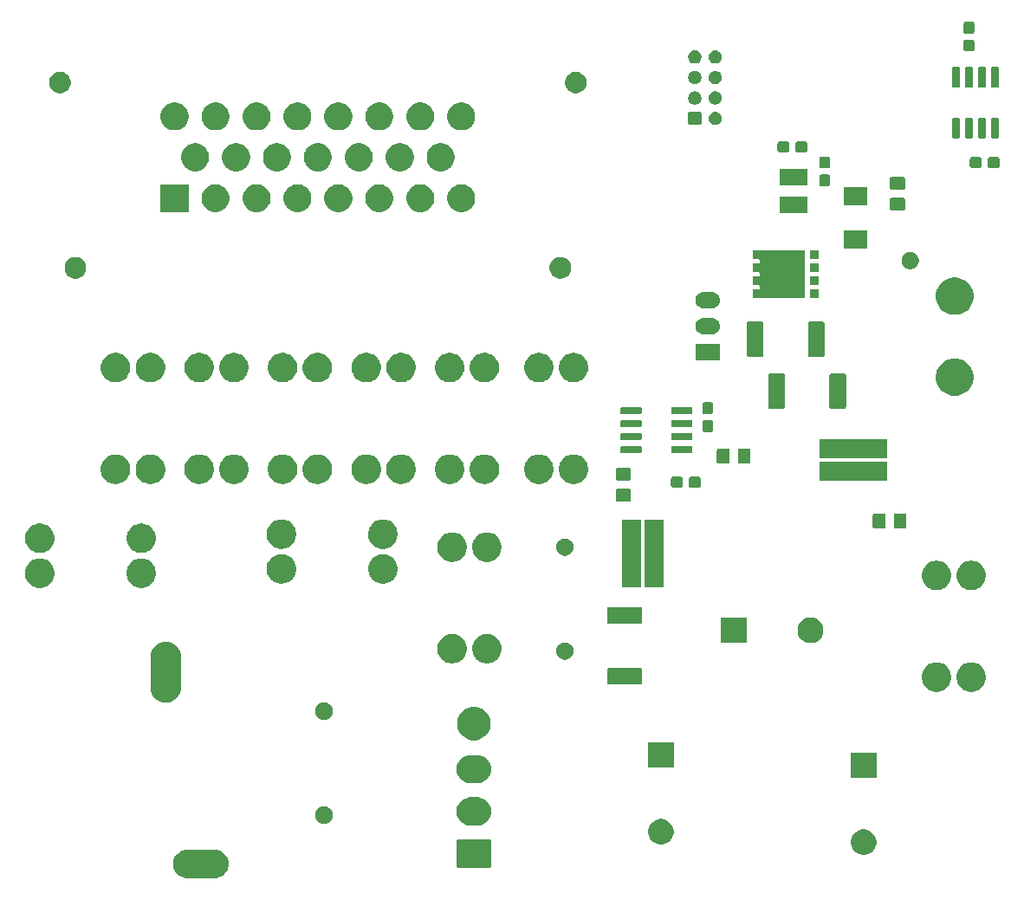
<source format=gbr>
G04 #@! TF.GenerationSoftware,KiCad,Pcbnew,5.1.5-52549c5~84~ubuntu18.04.1*
G04 #@! TF.CreationDate,2020-03-01T22:41:56-05:00*
G04 #@! TF.ProjectId,LV_Breakout,4c565f42-7265-4616-9b6f-75742e6b6963,rev?*
G04 #@! TF.SameCoordinates,Original*
G04 #@! TF.FileFunction,Soldermask,Top*
G04 #@! TF.FilePolarity,Negative*
%FSLAX46Y46*%
G04 Gerber Fmt 4.6, Leading zero omitted, Abs format (unit mm)*
G04 Created by KiCad (PCBNEW 5.1.5-52549c5~84~ubuntu18.04.1) date 2020-03-01 22:41:56*
%MOMM*%
%LPD*%
G04 APERTURE LIST*
%ADD10C,0.100000*%
G04 APERTURE END LIST*
D10*
G36*
X129808831Y-108332369D02*
G01*
X129876703Y-108339054D01*
X130137966Y-108418307D01*
X130137968Y-108418308D01*
X130378745Y-108547006D01*
X130378747Y-108547007D01*
X130378746Y-108547007D01*
X130589792Y-108720208D01*
X130762993Y-108931254D01*
X130891693Y-109172034D01*
X130970946Y-109433297D01*
X130997706Y-109705000D01*
X130970946Y-109976703D01*
X130940215Y-110078011D01*
X130891692Y-110237968D01*
X130762994Y-110478745D01*
X130589792Y-110689792D01*
X130378745Y-110862994D01*
X130137968Y-110991692D01*
X130137966Y-110991693D01*
X129876703Y-111070946D01*
X129808831Y-111077631D01*
X129673090Y-111091000D01*
X126866910Y-111091000D01*
X126731169Y-111077631D01*
X126663297Y-111070946D01*
X126402034Y-110991693D01*
X126402032Y-110991692D01*
X126161255Y-110862994D01*
X125950208Y-110689792D01*
X125777006Y-110478745D01*
X125648308Y-110237968D01*
X125599786Y-110078011D01*
X125569054Y-109976703D01*
X125542294Y-109705000D01*
X125569054Y-109433297D01*
X125648307Y-109172034D01*
X125777007Y-108931254D01*
X125950208Y-108720208D01*
X126161254Y-108547007D01*
X126161253Y-108547007D01*
X126161255Y-108547006D01*
X126402032Y-108418308D01*
X126402034Y-108418307D01*
X126663297Y-108339054D01*
X126731169Y-108332369D01*
X126866910Y-108319000D01*
X129673090Y-108319000D01*
X129808831Y-108332369D01*
G37*
G36*
X156513436Y-107344635D02*
G01*
X156543027Y-107353611D01*
X156570296Y-107368187D01*
X156594198Y-107387802D01*
X156613813Y-107411704D01*
X156628389Y-107438973D01*
X156637365Y-107468564D01*
X156641000Y-107505474D01*
X156641000Y-109918526D01*
X156637365Y-109955436D01*
X156628389Y-109985027D01*
X156613813Y-110012296D01*
X156594198Y-110036198D01*
X156570296Y-110055813D01*
X156543027Y-110070389D01*
X156513436Y-110079365D01*
X156476526Y-110083000D01*
X153403474Y-110083000D01*
X153366564Y-110079365D01*
X153336973Y-110070389D01*
X153309704Y-110055813D01*
X153285802Y-110036198D01*
X153266187Y-110012296D01*
X153251611Y-109985027D01*
X153242635Y-109955436D01*
X153239000Y-109918526D01*
X153239000Y-107505474D01*
X153242635Y-107468564D01*
X153251611Y-107438973D01*
X153266187Y-107411704D01*
X153285802Y-107387802D01*
X153309704Y-107368187D01*
X153336973Y-107353611D01*
X153366564Y-107344635D01*
X153403474Y-107341000D01*
X156476526Y-107341000D01*
X156513436Y-107344635D01*
G37*
G36*
X193404903Y-106373075D02*
G01*
X193558716Y-106436786D01*
X193632571Y-106467378D01*
X193837466Y-106604285D01*
X194011715Y-106778534D01*
X194148622Y-106983429D01*
X194242925Y-107211097D01*
X194291000Y-107452787D01*
X194291000Y-107699213D01*
X194242925Y-107940903D01*
X194148622Y-108168571D01*
X194011715Y-108373466D01*
X193837466Y-108547715D01*
X193632571Y-108684622D01*
X193632570Y-108684623D01*
X193632569Y-108684623D01*
X193404903Y-108778925D01*
X193163214Y-108827000D01*
X192916786Y-108827000D01*
X192675097Y-108778925D01*
X192447431Y-108684623D01*
X192447430Y-108684623D01*
X192447429Y-108684622D01*
X192242534Y-108547715D01*
X192068285Y-108373466D01*
X191931378Y-108168571D01*
X191837075Y-107940903D01*
X191789000Y-107699213D01*
X191789000Y-107452787D01*
X191837075Y-107211097D01*
X191931378Y-106983429D01*
X192068285Y-106778534D01*
X192242534Y-106604285D01*
X192447429Y-106467378D01*
X192521285Y-106436786D01*
X192675097Y-106373075D01*
X192916786Y-106325000D01*
X193163214Y-106325000D01*
X193404903Y-106373075D01*
G37*
G36*
X173493849Y-105337372D02*
G01*
X173592903Y-105357075D01*
X173820571Y-105451378D01*
X174025466Y-105588285D01*
X174199715Y-105762534D01*
X174336622Y-105967429D01*
X174430925Y-106195097D01*
X174479000Y-106436787D01*
X174479000Y-106683213D01*
X174430925Y-106924903D01*
X174336622Y-107152571D01*
X174199715Y-107357466D01*
X174025466Y-107531715D01*
X173820571Y-107668622D01*
X173820570Y-107668623D01*
X173820569Y-107668623D01*
X173592903Y-107762925D01*
X173351214Y-107811000D01*
X173104786Y-107811000D01*
X172863097Y-107762925D01*
X172635431Y-107668623D01*
X172635430Y-107668623D01*
X172635429Y-107668622D01*
X172430534Y-107531715D01*
X172256285Y-107357466D01*
X172119378Y-107152571D01*
X172025075Y-106924903D01*
X171977000Y-106683213D01*
X171977000Y-106436787D01*
X172025075Y-106195097D01*
X172119378Y-105967429D01*
X172256285Y-105762534D01*
X172430534Y-105588285D01*
X172635429Y-105451378D01*
X172863097Y-105357075D01*
X172962151Y-105337372D01*
X173104786Y-105309000D01*
X173351214Y-105309000D01*
X173493849Y-105337372D01*
G37*
G36*
X155538761Y-103220837D02*
G01*
X155797200Y-103299234D01*
X156035372Y-103426539D01*
X156244134Y-103597866D01*
X156415461Y-103806628D01*
X156542766Y-104044800D01*
X156621163Y-104303239D01*
X156647633Y-104572000D01*
X156621163Y-104840761D01*
X156542766Y-105099200D01*
X156415461Y-105337372D01*
X156244134Y-105546134D01*
X156035372Y-105717461D01*
X155797200Y-105844766D01*
X155538761Y-105923163D01*
X155337349Y-105943000D01*
X154542651Y-105943000D01*
X154341239Y-105923163D01*
X154082800Y-105844766D01*
X153844628Y-105717461D01*
X153635866Y-105546134D01*
X153464539Y-105337372D01*
X153337234Y-105099200D01*
X153258837Y-104840761D01*
X153232367Y-104572000D01*
X153258837Y-104303239D01*
X153337234Y-104044800D01*
X153464539Y-103806628D01*
X153635866Y-103597866D01*
X153844628Y-103426539D01*
X154082800Y-103299234D01*
X154341239Y-103220837D01*
X154542651Y-103201000D01*
X155337349Y-103201000D01*
X155538761Y-103220837D01*
G37*
G36*
X140449436Y-104073188D02*
G01*
X140533332Y-104089876D01*
X140691390Y-104155346D01*
X140833634Y-104250390D01*
X140954610Y-104371366D01*
X141049654Y-104513610D01*
X141115124Y-104671669D01*
X141148500Y-104839459D01*
X141148500Y-105010541D01*
X141115124Y-105178331D01*
X141049654Y-105336390D01*
X140954610Y-105478634D01*
X140833634Y-105599610D01*
X140691390Y-105694654D01*
X140636331Y-105717460D01*
X140533332Y-105760124D01*
X140449436Y-105776812D01*
X140365541Y-105793500D01*
X140194459Y-105793500D01*
X140110564Y-105776812D01*
X140026668Y-105760124D01*
X139923669Y-105717460D01*
X139868610Y-105694654D01*
X139726366Y-105599610D01*
X139605390Y-105478634D01*
X139510346Y-105336390D01*
X139444876Y-105178331D01*
X139411500Y-105010541D01*
X139411500Y-104839459D01*
X139444876Y-104671669D01*
X139510346Y-104513610D01*
X139605390Y-104371366D01*
X139726366Y-104250390D01*
X139868610Y-104155346D01*
X140026668Y-104089876D01*
X140110564Y-104073188D01*
X140194459Y-104056500D01*
X140365541Y-104056500D01*
X140449436Y-104073188D01*
G37*
G36*
X155538761Y-99080837D02*
G01*
X155797200Y-99159234D01*
X156035372Y-99286539D01*
X156244134Y-99457866D01*
X156415461Y-99666628D01*
X156542766Y-99904800D01*
X156621163Y-100163239D01*
X156647633Y-100432000D01*
X156621163Y-100700761D01*
X156542766Y-100959200D01*
X156415461Y-101197372D01*
X156244134Y-101406134D01*
X156035372Y-101577461D01*
X155797200Y-101704766D01*
X155538761Y-101783163D01*
X155337349Y-101803000D01*
X154542651Y-101803000D01*
X154341239Y-101783163D01*
X154082800Y-101704766D01*
X153844628Y-101577461D01*
X153635866Y-101406134D01*
X153464539Y-101197372D01*
X153337234Y-100959200D01*
X153258837Y-100700761D01*
X153232367Y-100432000D01*
X153258837Y-100163239D01*
X153337234Y-99904800D01*
X153464539Y-99666628D01*
X153635866Y-99457866D01*
X153844628Y-99286539D01*
X154082800Y-99159234D01*
X154341239Y-99080837D01*
X154542651Y-99061000D01*
X155337349Y-99061000D01*
X155538761Y-99080837D01*
G37*
G36*
X194291000Y-101327000D02*
G01*
X191789000Y-101327000D01*
X191789000Y-98825000D01*
X194291000Y-98825000D01*
X194291000Y-101327000D01*
G37*
G36*
X174479000Y-100311000D02*
G01*
X171977000Y-100311000D01*
X171977000Y-97809000D01*
X174479000Y-97809000D01*
X174479000Y-100311000D01*
G37*
G36*
X155418661Y-94414062D02*
G01*
X155654304Y-94511669D01*
X155717305Y-94537765D01*
X155986076Y-94717352D01*
X156214648Y-94945924D01*
X156368640Y-95176389D01*
X156394236Y-95214697D01*
X156517938Y-95513339D01*
X156581000Y-95830374D01*
X156581000Y-96153626D01*
X156517938Y-96470661D01*
X156394236Y-96769303D01*
X156394235Y-96769305D01*
X156214648Y-97038076D01*
X155986076Y-97266648D01*
X155717305Y-97446235D01*
X155717304Y-97446236D01*
X155717303Y-97446236D01*
X155418661Y-97569938D01*
X155101626Y-97633000D01*
X154778374Y-97633000D01*
X154461339Y-97569938D01*
X154162697Y-97446236D01*
X154162696Y-97446236D01*
X154162695Y-97446235D01*
X153893924Y-97266648D01*
X153665352Y-97038076D01*
X153485765Y-96769305D01*
X153485764Y-96769303D01*
X153362062Y-96470661D01*
X153299000Y-96153626D01*
X153299000Y-95830374D01*
X153362062Y-95513339D01*
X153485764Y-95214697D01*
X153511361Y-95176389D01*
X153665352Y-94945924D01*
X153893924Y-94717352D01*
X154162695Y-94537765D01*
X154225696Y-94511669D01*
X154461339Y-94414062D01*
X154778374Y-94351000D01*
X155101626Y-94351000D01*
X155418661Y-94414062D01*
G37*
G36*
X140449436Y-93913188D02*
G01*
X140533332Y-93929876D01*
X140612360Y-93962611D01*
X140691390Y-93995346D01*
X140833634Y-94090390D01*
X140954610Y-94211366D01*
X141049654Y-94353610D01*
X141115124Y-94511669D01*
X141148500Y-94679459D01*
X141148500Y-94850541D01*
X141115124Y-95018331D01*
X141049654Y-95176390D01*
X140954610Y-95318634D01*
X140833634Y-95439610D01*
X140691390Y-95534654D01*
X140612360Y-95567389D01*
X140533332Y-95600124D01*
X140449436Y-95616812D01*
X140365541Y-95633500D01*
X140194459Y-95633500D01*
X140110564Y-95616812D01*
X140026668Y-95600124D01*
X139947640Y-95567389D01*
X139868610Y-95534654D01*
X139726366Y-95439610D01*
X139605390Y-95318634D01*
X139510346Y-95176390D01*
X139444876Y-95018331D01*
X139411500Y-94850541D01*
X139411500Y-94679459D01*
X139444876Y-94511669D01*
X139510346Y-94353610D01*
X139605390Y-94211366D01*
X139726366Y-94090390D01*
X139868610Y-93995346D01*
X140026668Y-93929876D01*
X140110564Y-93913188D01*
X140194459Y-93896500D01*
X140365541Y-93896500D01*
X140449436Y-93913188D01*
G37*
G36*
X125136697Y-88000899D02*
G01*
X125421993Y-88087443D01*
X125684923Y-88227982D01*
X125915384Y-88417116D01*
X126104518Y-88647576D01*
X126245057Y-88910506D01*
X126331601Y-89195802D01*
X126353500Y-89418148D01*
X126353500Y-92491852D01*
X126331601Y-92714198D01*
X126245057Y-92999494D01*
X126104518Y-93262424D01*
X125915384Y-93492884D01*
X125684924Y-93682018D01*
X125421994Y-93822557D01*
X125136698Y-93909101D01*
X124840000Y-93938323D01*
X124543303Y-93909101D01*
X124258007Y-93822557D01*
X123995077Y-93682018D01*
X123764617Y-93492884D01*
X123575483Y-93262424D01*
X123434944Y-92999494D01*
X123348400Y-92714198D01*
X123326501Y-92491852D01*
X123326500Y-89418149D01*
X123348399Y-89195803D01*
X123434943Y-88910507D01*
X123575482Y-88647577D01*
X123764616Y-88417116D01*
X123995076Y-88227982D01*
X124258006Y-88087443D01*
X124543302Y-88000899D01*
X124840000Y-87971677D01*
X125136697Y-88000899D01*
G37*
G36*
X203833125Y-90026689D02*
G01*
X203972324Y-90054377D01*
X204080949Y-90099371D01*
X204234568Y-90163002D01*
X204470583Y-90320702D01*
X204671298Y-90521417D01*
X204828998Y-90757432D01*
X204937623Y-91019677D01*
X204993000Y-91298073D01*
X204993000Y-91581927D01*
X204937623Y-91860323D01*
X204828998Y-92122568D01*
X204671298Y-92358583D01*
X204470583Y-92559298D01*
X204234568Y-92716998D01*
X204080949Y-92780629D01*
X203972324Y-92825623D01*
X203833125Y-92853311D01*
X203693927Y-92881000D01*
X203410073Y-92881000D01*
X203270875Y-92853311D01*
X203131676Y-92825623D01*
X203023051Y-92780629D01*
X202869432Y-92716998D01*
X202633417Y-92559298D01*
X202432702Y-92358583D01*
X202275002Y-92122568D01*
X202166377Y-91860323D01*
X202111000Y-91581927D01*
X202111000Y-91298073D01*
X202166377Y-91019677D01*
X202275002Y-90757432D01*
X202432702Y-90521417D01*
X202633417Y-90320702D01*
X202869432Y-90163002D01*
X203023051Y-90099371D01*
X203131676Y-90054377D01*
X203270875Y-90026689D01*
X203410073Y-89999000D01*
X203693927Y-89999000D01*
X203833125Y-90026689D01*
G37*
G36*
X200433125Y-90026689D02*
G01*
X200572324Y-90054377D01*
X200680949Y-90099371D01*
X200834568Y-90163002D01*
X201070583Y-90320702D01*
X201271298Y-90521417D01*
X201428998Y-90757432D01*
X201537623Y-91019677D01*
X201593000Y-91298073D01*
X201593000Y-91581927D01*
X201537623Y-91860323D01*
X201428998Y-92122568D01*
X201271298Y-92358583D01*
X201070583Y-92559298D01*
X200834568Y-92716998D01*
X200680949Y-92780629D01*
X200572324Y-92825623D01*
X200433125Y-92853311D01*
X200293927Y-92881000D01*
X200010073Y-92881000D01*
X199870875Y-92853311D01*
X199731676Y-92825623D01*
X199623051Y-92780629D01*
X199469432Y-92716998D01*
X199233417Y-92559298D01*
X199032702Y-92358583D01*
X198875002Y-92122568D01*
X198766377Y-91860323D01*
X198711000Y-91581927D01*
X198711000Y-91298073D01*
X198766377Y-91019677D01*
X198875002Y-90757432D01*
X199032702Y-90521417D01*
X199233417Y-90320702D01*
X199469432Y-90163002D01*
X199623051Y-90099371D01*
X199731676Y-90054377D01*
X199870875Y-90026689D01*
X200010073Y-89999000D01*
X200293927Y-89999000D01*
X200433125Y-90026689D01*
G37*
G36*
X171250820Y-90570103D02*
G01*
X171284985Y-90580467D01*
X171316464Y-90597293D01*
X171344060Y-90619940D01*
X171366707Y-90647536D01*
X171383533Y-90679015D01*
X171393897Y-90713180D01*
X171398000Y-90754842D01*
X171398000Y-92004158D01*
X171393897Y-92045820D01*
X171383533Y-92079985D01*
X171366707Y-92111464D01*
X171344060Y-92139060D01*
X171316464Y-92161707D01*
X171284985Y-92178533D01*
X171250820Y-92188897D01*
X171209158Y-92193000D01*
X168134842Y-92193000D01*
X168093180Y-92188897D01*
X168059015Y-92178533D01*
X168027536Y-92161707D01*
X167999940Y-92139060D01*
X167977293Y-92111464D01*
X167960467Y-92079985D01*
X167950103Y-92045820D01*
X167946000Y-92004158D01*
X167946000Y-90754842D01*
X167950103Y-90713180D01*
X167960467Y-90679015D01*
X167977293Y-90647536D01*
X167999940Y-90619940D01*
X168027536Y-90597293D01*
X168059015Y-90580467D01*
X168093180Y-90570103D01*
X168134842Y-90566000D01*
X171209158Y-90566000D01*
X171250820Y-90570103D01*
G37*
G36*
X153021821Y-87232903D02*
G01*
X153230324Y-87274377D01*
X153338949Y-87319371D01*
X153492568Y-87383002D01*
X153728583Y-87540702D01*
X153929298Y-87741417D01*
X154086998Y-87977432D01*
X154116642Y-88049000D01*
X154195623Y-88239676D01*
X154219064Y-88357520D01*
X154251000Y-88518073D01*
X154251000Y-88801927D01*
X154195623Y-89080323D01*
X154086998Y-89342568D01*
X153929298Y-89578583D01*
X153728583Y-89779298D01*
X153492568Y-89936998D01*
X153342881Y-89999000D01*
X153230324Y-90045623D01*
X153091125Y-90073312D01*
X152951927Y-90101000D01*
X152668073Y-90101000D01*
X152528875Y-90073312D01*
X152389676Y-90045623D01*
X152277119Y-89999000D01*
X152127432Y-89936998D01*
X151891417Y-89779298D01*
X151690702Y-89578583D01*
X151533002Y-89342568D01*
X151424377Y-89080323D01*
X151369000Y-88801927D01*
X151369000Y-88518073D01*
X151400936Y-88357520D01*
X151424377Y-88239676D01*
X151503358Y-88049000D01*
X151533002Y-87977432D01*
X151690702Y-87741417D01*
X151891417Y-87540702D01*
X152127432Y-87383002D01*
X152281051Y-87319371D01*
X152389676Y-87274377D01*
X152598179Y-87232903D01*
X152668073Y-87219000D01*
X152951927Y-87219000D01*
X153021821Y-87232903D01*
G37*
G36*
X156421821Y-87232903D02*
G01*
X156630324Y-87274377D01*
X156738949Y-87319371D01*
X156892568Y-87383002D01*
X157128583Y-87540702D01*
X157329298Y-87741417D01*
X157486998Y-87977432D01*
X157516642Y-88049000D01*
X157595623Y-88239676D01*
X157619064Y-88357520D01*
X157651000Y-88518073D01*
X157651000Y-88801927D01*
X157595623Y-89080323D01*
X157486998Y-89342568D01*
X157329298Y-89578583D01*
X157128583Y-89779298D01*
X156892568Y-89936998D01*
X156742881Y-89999000D01*
X156630324Y-90045623D01*
X156491125Y-90073312D01*
X156351927Y-90101000D01*
X156068073Y-90101000D01*
X155928875Y-90073312D01*
X155789676Y-90045623D01*
X155677119Y-89999000D01*
X155527432Y-89936998D01*
X155291417Y-89779298D01*
X155090702Y-89578583D01*
X154933002Y-89342568D01*
X154824377Y-89080323D01*
X154769000Y-88801927D01*
X154769000Y-88518073D01*
X154800936Y-88357520D01*
X154824377Y-88239676D01*
X154903358Y-88049000D01*
X154933002Y-87977432D01*
X155090702Y-87741417D01*
X155291417Y-87540702D01*
X155527432Y-87383002D01*
X155681051Y-87319371D01*
X155789676Y-87274377D01*
X155998179Y-87232903D01*
X156068073Y-87219000D01*
X156351927Y-87219000D01*
X156421821Y-87232903D01*
G37*
G36*
X164078228Y-88081703D02*
G01*
X164233100Y-88145853D01*
X164372481Y-88238985D01*
X164491015Y-88357519D01*
X164584147Y-88496900D01*
X164648297Y-88651772D01*
X164681000Y-88816184D01*
X164681000Y-88983816D01*
X164648297Y-89148228D01*
X164584147Y-89303100D01*
X164491015Y-89442481D01*
X164372481Y-89561015D01*
X164233100Y-89654147D01*
X164078228Y-89718297D01*
X163913816Y-89751000D01*
X163746184Y-89751000D01*
X163581772Y-89718297D01*
X163426900Y-89654147D01*
X163287519Y-89561015D01*
X163168985Y-89442481D01*
X163075853Y-89303100D01*
X163011703Y-89148228D01*
X162979000Y-88983816D01*
X162979000Y-88816184D01*
X163011703Y-88651772D01*
X163075853Y-88496900D01*
X163168985Y-88357519D01*
X163287519Y-88238985D01*
X163426900Y-88145853D01*
X163581772Y-88081703D01*
X163746184Y-88049000D01*
X163913816Y-88049000D01*
X164078228Y-88081703D01*
G37*
G36*
X188204903Y-85665075D02*
G01*
X188432571Y-85759378D01*
X188637466Y-85896285D01*
X188811715Y-86070534D01*
X188948622Y-86275429D01*
X189042925Y-86503097D01*
X189091000Y-86744787D01*
X189091000Y-86991213D01*
X189042925Y-87232903D01*
X188948622Y-87460571D01*
X188811715Y-87665466D01*
X188637466Y-87839715D01*
X188432571Y-87976622D01*
X188432570Y-87976623D01*
X188432569Y-87976623D01*
X188204903Y-88070925D01*
X187963214Y-88119000D01*
X187716786Y-88119000D01*
X187475097Y-88070925D01*
X187247431Y-87976623D01*
X187247430Y-87976623D01*
X187247429Y-87976622D01*
X187042534Y-87839715D01*
X186868285Y-87665466D01*
X186731378Y-87460571D01*
X186637075Y-87232903D01*
X186589000Y-86991213D01*
X186589000Y-86744787D01*
X186637075Y-86503097D01*
X186731378Y-86275429D01*
X186868285Y-86070534D01*
X187042534Y-85896285D01*
X187247429Y-85759378D01*
X187475097Y-85665075D01*
X187716786Y-85617000D01*
X187963214Y-85617000D01*
X188204903Y-85665075D01*
G37*
G36*
X181591000Y-88119000D02*
G01*
X179089000Y-88119000D01*
X179089000Y-85617000D01*
X181591000Y-85617000D01*
X181591000Y-88119000D01*
G37*
G36*
X171250820Y-84595103D02*
G01*
X171284985Y-84605467D01*
X171316464Y-84622293D01*
X171344060Y-84644940D01*
X171366707Y-84672536D01*
X171383533Y-84704015D01*
X171393897Y-84738180D01*
X171398000Y-84779842D01*
X171398000Y-86029158D01*
X171393897Y-86070820D01*
X171383533Y-86104985D01*
X171366707Y-86136464D01*
X171344060Y-86164060D01*
X171316464Y-86186707D01*
X171284985Y-86203533D01*
X171250820Y-86213897D01*
X171209158Y-86218000D01*
X168134842Y-86218000D01*
X168093180Y-86213897D01*
X168059015Y-86203533D01*
X168027536Y-86186707D01*
X167999940Y-86164060D01*
X167977293Y-86136464D01*
X167960467Y-86104985D01*
X167950103Y-86070820D01*
X167946000Y-86029158D01*
X167946000Y-84779842D01*
X167950103Y-84738180D01*
X167960467Y-84704015D01*
X167977293Y-84672536D01*
X167999940Y-84644940D01*
X168027536Y-84622293D01*
X168059015Y-84605467D01*
X168093180Y-84595103D01*
X168134842Y-84591000D01*
X171209158Y-84591000D01*
X171250820Y-84595103D01*
G37*
G36*
X200433125Y-80106689D02*
G01*
X200572324Y-80134377D01*
X200635880Y-80160703D01*
X200834568Y-80243002D01*
X201070583Y-80400702D01*
X201271298Y-80601417D01*
X201428998Y-80837432D01*
X201438212Y-80859677D01*
X201537623Y-81099676D01*
X201593000Y-81378074D01*
X201593000Y-81661926D01*
X201537623Y-81940324D01*
X201517337Y-81989298D01*
X201428998Y-82202568D01*
X201271298Y-82438583D01*
X201070583Y-82639298D01*
X200834568Y-82796998D01*
X200680949Y-82860629D01*
X200572324Y-82905623D01*
X200433125Y-82933312D01*
X200293927Y-82961000D01*
X200010073Y-82961000D01*
X199870875Y-82933311D01*
X199731676Y-82905623D01*
X199623051Y-82860629D01*
X199469432Y-82796998D01*
X199233417Y-82639298D01*
X199032702Y-82438583D01*
X198875002Y-82202568D01*
X198786663Y-81989298D01*
X198766377Y-81940324D01*
X198711000Y-81661926D01*
X198711000Y-81378074D01*
X198766377Y-81099676D01*
X198865788Y-80859677D01*
X198875002Y-80837432D01*
X199032702Y-80601417D01*
X199233417Y-80400702D01*
X199469432Y-80243002D01*
X199668120Y-80160703D01*
X199731676Y-80134377D01*
X199870875Y-80106689D01*
X200010073Y-80079000D01*
X200293927Y-80079000D01*
X200433125Y-80106689D01*
G37*
G36*
X203833125Y-80106689D02*
G01*
X203972324Y-80134377D01*
X204035880Y-80160703D01*
X204234568Y-80243002D01*
X204470583Y-80400702D01*
X204671298Y-80601417D01*
X204828998Y-80837432D01*
X204838212Y-80859677D01*
X204937623Y-81099676D01*
X204993000Y-81378074D01*
X204993000Y-81661926D01*
X204937623Y-81940324D01*
X204917337Y-81989298D01*
X204828998Y-82202568D01*
X204671298Y-82438583D01*
X204470583Y-82639298D01*
X204234568Y-82796998D01*
X204080949Y-82860629D01*
X203972324Y-82905623D01*
X203833125Y-82933312D01*
X203693927Y-82961000D01*
X203410073Y-82961000D01*
X203270875Y-82933311D01*
X203131676Y-82905623D01*
X203023051Y-82860629D01*
X202869432Y-82796998D01*
X202633417Y-82639298D01*
X202432702Y-82438583D01*
X202275002Y-82202568D01*
X202186663Y-81989298D01*
X202166377Y-81940324D01*
X202111000Y-81661926D01*
X202111000Y-81378074D01*
X202166377Y-81099676D01*
X202265788Y-80859677D01*
X202275002Y-80837432D01*
X202432702Y-80601417D01*
X202633417Y-80400702D01*
X202869432Y-80243002D01*
X203068120Y-80160703D01*
X203131676Y-80134377D01*
X203270875Y-80106689D01*
X203410073Y-80079000D01*
X203693927Y-80079000D01*
X203833125Y-80106689D01*
G37*
G36*
X122671966Y-79859297D02*
G01*
X122848324Y-79894377D01*
X122956949Y-79939371D01*
X123110568Y-80003002D01*
X123346583Y-80160702D01*
X123547298Y-80361417D01*
X123704998Y-80597432D01*
X123759111Y-80728073D01*
X123804409Y-80837431D01*
X123813623Y-80859677D01*
X123869000Y-81138073D01*
X123869000Y-81421927D01*
X123813623Y-81700323D01*
X123704998Y-81962568D01*
X123547298Y-82198583D01*
X123346583Y-82399298D01*
X123110568Y-82556998D01*
X122956949Y-82620629D01*
X122848324Y-82665623D01*
X122796155Y-82676000D01*
X122569927Y-82721000D01*
X122286073Y-82721000D01*
X122059845Y-82676000D01*
X122007676Y-82665623D01*
X121899051Y-82620629D01*
X121745432Y-82556998D01*
X121509417Y-82399298D01*
X121308702Y-82198583D01*
X121151002Y-81962568D01*
X121042377Y-81700323D01*
X120987000Y-81421927D01*
X120987000Y-81138073D01*
X121042377Y-80859677D01*
X121051592Y-80837431D01*
X121096889Y-80728073D01*
X121151002Y-80597432D01*
X121308702Y-80361417D01*
X121509417Y-80160702D01*
X121745432Y-80003002D01*
X121899051Y-79939371D01*
X122007676Y-79894377D01*
X122184034Y-79859297D01*
X122286073Y-79839000D01*
X122569927Y-79839000D01*
X122671966Y-79859297D01*
G37*
G36*
X112751966Y-79859297D02*
G01*
X112928324Y-79894377D01*
X113036949Y-79939371D01*
X113190568Y-80003002D01*
X113426583Y-80160702D01*
X113627298Y-80361417D01*
X113784998Y-80597432D01*
X113839111Y-80728073D01*
X113884409Y-80837431D01*
X113893623Y-80859677D01*
X113949000Y-81138073D01*
X113949000Y-81421927D01*
X113893623Y-81700323D01*
X113784998Y-81962568D01*
X113627298Y-82198583D01*
X113426583Y-82399298D01*
X113190568Y-82556998D01*
X113036949Y-82620629D01*
X112928324Y-82665623D01*
X112876155Y-82676000D01*
X112649927Y-82721000D01*
X112366073Y-82721000D01*
X112139845Y-82676000D01*
X112087676Y-82665623D01*
X111979051Y-82620629D01*
X111825432Y-82556998D01*
X111589417Y-82399298D01*
X111388702Y-82198583D01*
X111231002Y-81962568D01*
X111122377Y-81700323D01*
X111067000Y-81421927D01*
X111067000Y-81138073D01*
X111122377Y-80859677D01*
X111131592Y-80837431D01*
X111176889Y-80728073D01*
X111231002Y-80597432D01*
X111388702Y-80361417D01*
X111589417Y-80160702D01*
X111825432Y-80003002D01*
X111979051Y-79939371D01*
X112087676Y-79894377D01*
X112264034Y-79859297D01*
X112366073Y-79839000D01*
X112649927Y-79839000D01*
X112751966Y-79859297D01*
G37*
G36*
X173506601Y-82676000D02*
G01*
X171649001Y-82676000D01*
X171649001Y-76074000D01*
X173506601Y-76074000D01*
X173506601Y-82676000D01*
G37*
G36*
X171250999Y-82676000D02*
G01*
X169393399Y-82676000D01*
X169393399Y-76074000D01*
X171250999Y-76074000D01*
X171250999Y-82676000D01*
G37*
G36*
X146331125Y-79456689D02*
G01*
X146470324Y-79484377D01*
X146578949Y-79529371D01*
X146732568Y-79593002D01*
X146968583Y-79750702D01*
X147169298Y-79951417D01*
X147326998Y-80187432D01*
X147350016Y-80243003D01*
X147435623Y-80449676D01*
X147491000Y-80728074D01*
X147491000Y-81011926D01*
X147435623Y-81290324D01*
X147390629Y-81398949D01*
X147326998Y-81552568D01*
X147169298Y-81788583D01*
X146968583Y-81989298D01*
X146732568Y-82146998D01*
X146598407Y-82202569D01*
X146470324Y-82255623D01*
X146331125Y-82283312D01*
X146191927Y-82311000D01*
X145908073Y-82311000D01*
X145768875Y-82283312D01*
X145629676Y-82255623D01*
X145501593Y-82202569D01*
X145367432Y-82146998D01*
X145131417Y-81989298D01*
X144930702Y-81788583D01*
X144773002Y-81552568D01*
X144709371Y-81398949D01*
X144664377Y-81290324D01*
X144609000Y-81011926D01*
X144609000Y-80728074D01*
X144664377Y-80449676D01*
X144749984Y-80243003D01*
X144773002Y-80187432D01*
X144930702Y-79951417D01*
X145131417Y-79750702D01*
X145367432Y-79593002D01*
X145521051Y-79529371D01*
X145629676Y-79484377D01*
X145768875Y-79456688D01*
X145908073Y-79429000D01*
X146191927Y-79429000D01*
X146331125Y-79456689D01*
G37*
G36*
X136411125Y-79456689D02*
G01*
X136550324Y-79484377D01*
X136658949Y-79529371D01*
X136812568Y-79593002D01*
X137048583Y-79750702D01*
X137249298Y-79951417D01*
X137406998Y-80187432D01*
X137430016Y-80243003D01*
X137515623Y-80449676D01*
X137571000Y-80728074D01*
X137571000Y-81011926D01*
X137515623Y-81290324D01*
X137470629Y-81398949D01*
X137406998Y-81552568D01*
X137249298Y-81788583D01*
X137048583Y-81989298D01*
X136812568Y-82146998D01*
X136678407Y-82202569D01*
X136550324Y-82255623D01*
X136411125Y-82283312D01*
X136271927Y-82311000D01*
X135988073Y-82311000D01*
X135848875Y-82283312D01*
X135709676Y-82255623D01*
X135581593Y-82202569D01*
X135447432Y-82146998D01*
X135211417Y-81989298D01*
X135010702Y-81788583D01*
X134853002Y-81552568D01*
X134789371Y-81398949D01*
X134744377Y-81290324D01*
X134689000Y-81011926D01*
X134689000Y-80728074D01*
X134744377Y-80449676D01*
X134829984Y-80243003D01*
X134853002Y-80187432D01*
X135010702Y-79951417D01*
X135211417Y-79750702D01*
X135447432Y-79593002D01*
X135601051Y-79529371D01*
X135709676Y-79484377D01*
X135848875Y-79456689D01*
X135988073Y-79429000D01*
X136271927Y-79429000D01*
X136411125Y-79456689D01*
G37*
G36*
X156491125Y-77326688D02*
G01*
X156630324Y-77354377D01*
X156738949Y-77399371D01*
X156892568Y-77463002D01*
X157128583Y-77620702D01*
X157329298Y-77821417D01*
X157486998Y-78057432D01*
X157526404Y-78152568D01*
X157595623Y-78319676D01*
X157609330Y-78388584D01*
X157649255Y-78589298D01*
X157651000Y-78598074D01*
X157651000Y-78881926D01*
X157596285Y-79156998D01*
X157595623Y-79160323D01*
X157486998Y-79422568D01*
X157329298Y-79658583D01*
X157128583Y-79859298D01*
X156892568Y-80016998D01*
X156742881Y-80079000D01*
X156630324Y-80125623D01*
X156491125Y-80153312D01*
X156351927Y-80181000D01*
X156068073Y-80181000D01*
X155928875Y-80153312D01*
X155789676Y-80125623D01*
X155677119Y-80079000D01*
X155527432Y-80016998D01*
X155291417Y-79859298D01*
X155090702Y-79658583D01*
X154933002Y-79422568D01*
X154824377Y-79160323D01*
X154823716Y-79156998D01*
X154769000Y-78881926D01*
X154769000Y-78598074D01*
X154770746Y-78589298D01*
X154810670Y-78388584D01*
X154824377Y-78319676D01*
X154893596Y-78152568D01*
X154933002Y-78057432D01*
X155090702Y-77821417D01*
X155291417Y-77620702D01*
X155527432Y-77463002D01*
X155681051Y-77399371D01*
X155789676Y-77354377D01*
X155928875Y-77326688D01*
X156068073Y-77299000D01*
X156351927Y-77299000D01*
X156491125Y-77326688D01*
G37*
G36*
X153091125Y-77326688D02*
G01*
X153230324Y-77354377D01*
X153338949Y-77399371D01*
X153492568Y-77463002D01*
X153728583Y-77620702D01*
X153929298Y-77821417D01*
X154086998Y-78057432D01*
X154126404Y-78152568D01*
X154195623Y-78319676D01*
X154209330Y-78388584D01*
X154249255Y-78589298D01*
X154251000Y-78598074D01*
X154251000Y-78881926D01*
X154196285Y-79156998D01*
X154195623Y-79160323D01*
X154086998Y-79422568D01*
X153929298Y-79658583D01*
X153728583Y-79859298D01*
X153492568Y-80016998D01*
X153342881Y-80079000D01*
X153230324Y-80125623D01*
X153091125Y-80153312D01*
X152951927Y-80181000D01*
X152668073Y-80181000D01*
X152528875Y-80153312D01*
X152389676Y-80125623D01*
X152277119Y-80079000D01*
X152127432Y-80016998D01*
X151891417Y-79859298D01*
X151690702Y-79658583D01*
X151533002Y-79422568D01*
X151424377Y-79160323D01*
X151423716Y-79156998D01*
X151369000Y-78881926D01*
X151369000Y-78598074D01*
X151370746Y-78589298D01*
X151410670Y-78388584D01*
X151424377Y-78319676D01*
X151493596Y-78152568D01*
X151533002Y-78057432D01*
X151690702Y-77821417D01*
X151891417Y-77620702D01*
X152127432Y-77463002D01*
X152281051Y-77399371D01*
X152389676Y-77354377D01*
X152528875Y-77326688D01*
X152668073Y-77299000D01*
X152951927Y-77299000D01*
X153091125Y-77326688D01*
G37*
G36*
X164078228Y-77921703D02*
G01*
X164233100Y-77985853D01*
X164372481Y-78078985D01*
X164491015Y-78197519D01*
X164584147Y-78336900D01*
X164648297Y-78491772D01*
X164681000Y-78656184D01*
X164681000Y-78823816D01*
X164648297Y-78988228D01*
X164584147Y-79143100D01*
X164491015Y-79282481D01*
X164372481Y-79401015D01*
X164233100Y-79494147D01*
X164078228Y-79558297D01*
X163913816Y-79591000D01*
X163746184Y-79591000D01*
X163581772Y-79558297D01*
X163426900Y-79494147D01*
X163287519Y-79401015D01*
X163168985Y-79282481D01*
X163075853Y-79143100D01*
X163011703Y-78988228D01*
X162979000Y-78823816D01*
X162979000Y-78656184D01*
X163011703Y-78491772D01*
X163075853Y-78336900D01*
X163168985Y-78197519D01*
X163287519Y-78078985D01*
X163426900Y-77985853D01*
X163581772Y-77921703D01*
X163746184Y-77889000D01*
X163913816Y-77889000D01*
X164078228Y-77921703D01*
G37*
G36*
X122709125Y-76466689D02*
G01*
X122848324Y-76494377D01*
X122956949Y-76539371D01*
X123110568Y-76603002D01*
X123346583Y-76760702D01*
X123547298Y-76961417D01*
X123704998Y-77197432D01*
X123759111Y-77328073D01*
X123813623Y-77459676D01*
X123814285Y-77463003D01*
X123869000Y-77738073D01*
X123869000Y-78021927D01*
X123857650Y-78078985D01*
X123813623Y-78300324D01*
X123798471Y-78336903D01*
X123704998Y-78562568D01*
X123547298Y-78798583D01*
X123346583Y-78999298D01*
X123110568Y-79156998D01*
X122956949Y-79220629D01*
X122848324Y-79265623D01*
X122763578Y-79282480D01*
X122569927Y-79321000D01*
X122286073Y-79321000D01*
X122092422Y-79282480D01*
X122007676Y-79265623D01*
X121899051Y-79220629D01*
X121745432Y-79156998D01*
X121509417Y-78999298D01*
X121308702Y-78798583D01*
X121151002Y-78562568D01*
X121057529Y-78336903D01*
X121042377Y-78300324D01*
X120998350Y-78078985D01*
X120987000Y-78021927D01*
X120987000Y-77738073D01*
X121041715Y-77463003D01*
X121042377Y-77459676D01*
X121096889Y-77328073D01*
X121151002Y-77197432D01*
X121308702Y-76961417D01*
X121509417Y-76760702D01*
X121745432Y-76603002D01*
X121899051Y-76539371D01*
X122007676Y-76494377D01*
X122146875Y-76466689D01*
X122286073Y-76439000D01*
X122569927Y-76439000D01*
X122709125Y-76466689D01*
G37*
G36*
X112789125Y-76466689D02*
G01*
X112928324Y-76494377D01*
X113036949Y-76539371D01*
X113190568Y-76603002D01*
X113426583Y-76760702D01*
X113627298Y-76961417D01*
X113784998Y-77197432D01*
X113839111Y-77328073D01*
X113893623Y-77459676D01*
X113894285Y-77463003D01*
X113949000Y-77738073D01*
X113949000Y-78021927D01*
X113937650Y-78078985D01*
X113893623Y-78300324D01*
X113878471Y-78336903D01*
X113784998Y-78562568D01*
X113627298Y-78798583D01*
X113426583Y-78999298D01*
X113190568Y-79156998D01*
X113036949Y-79220629D01*
X112928324Y-79265623D01*
X112843578Y-79282480D01*
X112649927Y-79321000D01*
X112366073Y-79321000D01*
X112172422Y-79282480D01*
X112087676Y-79265623D01*
X111979051Y-79220629D01*
X111825432Y-79156998D01*
X111589417Y-78999298D01*
X111388702Y-78798583D01*
X111231002Y-78562568D01*
X111137529Y-78336903D01*
X111122377Y-78300324D01*
X111078350Y-78078985D01*
X111067000Y-78021927D01*
X111067000Y-77738073D01*
X111121715Y-77463003D01*
X111122377Y-77459676D01*
X111176889Y-77328073D01*
X111231002Y-77197432D01*
X111388702Y-76961417D01*
X111589417Y-76760702D01*
X111825432Y-76603002D01*
X111979051Y-76539371D01*
X112087676Y-76494377D01*
X112226875Y-76466689D01*
X112366073Y-76439000D01*
X112649927Y-76439000D01*
X112789125Y-76466689D01*
G37*
G36*
X136411125Y-76056688D02*
G01*
X136550324Y-76084377D01*
X136658949Y-76129371D01*
X136812568Y-76193002D01*
X137048583Y-76350702D01*
X137249298Y-76551417D01*
X137406998Y-76787432D01*
X137466168Y-76930282D01*
X137472584Y-76945770D01*
X137515623Y-77049677D01*
X137571000Y-77328073D01*
X137571000Y-77611927D01*
X137569254Y-77620703D01*
X137529330Y-77821417D01*
X137515623Y-77890323D01*
X137406998Y-78152568D01*
X137249298Y-78388583D01*
X137048583Y-78589298D01*
X136812568Y-78746998D01*
X136688030Y-78798583D01*
X136550324Y-78855623D01*
X136418090Y-78881926D01*
X136271927Y-78911000D01*
X135988073Y-78911000D01*
X135841910Y-78881926D01*
X135709676Y-78855623D01*
X135571970Y-78798583D01*
X135447432Y-78746998D01*
X135211417Y-78589298D01*
X135010702Y-78388583D01*
X134853002Y-78152568D01*
X134744377Y-77890323D01*
X134730671Y-77821417D01*
X134690746Y-77620703D01*
X134689000Y-77611927D01*
X134689000Y-77328073D01*
X134744377Y-77049677D01*
X134787417Y-76945770D01*
X134793832Y-76930282D01*
X134853002Y-76787432D01*
X135010702Y-76551417D01*
X135211417Y-76350702D01*
X135447432Y-76193002D01*
X135601051Y-76129371D01*
X135709676Y-76084377D01*
X135848875Y-76056688D01*
X135988073Y-76029000D01*
X136271927Y-76029000D01*
X136411125Y-76056688D01*
G37*
G36*
X146331125Y-76056688D02*
G01*
X146470324Y-76084377D01*
X146578949Y-76129371D01*
X146732568Y-76193002D01*
X146968583Y-76350702D01*
X147169298Y-76551417D01*
X147326998Y-76787432D01*
X147386168Y-76930282D01*
X147392584Y-76945770D01*
X147435623Y-77049677D01*
X147491000Y-77328073D01*
X147491000Y-77611927D01*
X147489254Y-77620703D01*
X147449330Y-77821417D01*
X147435623Y-77890323D01*
X147326998Y-78152568D01*
X147169298Y-78388583D01*
X146968583Y-78589298D01*
X146732568Y-78746998D01*
X146608030Y-78798583D01*
X146470324Y-78855623D01*
X146338090Y-78881926D01*
X146191927Y-78911000D01*
X145908073Y-78911000D01*
X145761910Y-78881926D01*
X145629676Y-78855623D01*
X145491970Y-78798583D01*
X145367432Y-78746998D01*
X145131417Y-78589298D01*
X144930702Y-78388583D01*
X144773002Y-78152568D01*
X144664377Y-77890323D01*
X144650671Y-77821417D01*
X144610746Y-77620703D01*
X144609000Y-77611927D01*
X144609000Y-77328073D01*
X144664377Y-77049677D01*
X144707417Y-76945770D01*
X144713832Y-76930282D01*
X144773002Y-76787432D01*
X144930702Y-76551417D01*
X145131417Y-76350702D01*
X145367432Y-76193002D01*
X145521051Y-76129371D01*
X145629676Y-76084377D01*
X145768875Y-76056688D01*
X145908073Y-76029000D01*
X146191927Y-76029000D01*
X146331125Y-76056688D01*
G37*
G36*
X197068674Y-75453465D02*
G01*
X197106367Y-75464899D01*
X197141103Y-75483466D01*
X197171548Y-75508452D01*
X197196534Y-75538897D01*
X197215101Y-75573633D01*
X197226535Y-75611326D01*
X197231000Y-75656661D01*
X197231000Y-76743339D01*
X197226535Y-76788674D01*
X197215101Y-76826367D01*
X197196534Y-76861103D01*
X197171548Y-76891548D01*
X197141103Y-76916534D01*
X197106367Y-76935101D01*
X197068674Y-76946535D01*
X197023339Y-76951000D01*
X196186661Y-76951000D01*
X196141326Y-76946535D01*
X196103633Y-76935101D01*
X196068897Y-76916534D01*
X196038452Y-76891548D01*
X196013466Y-76861103D01*
X195994899Y-76826367D01*
X195983465Y-76788674D01*
X195979000Y-76743339D01*
X195979000Y-75656661D01*
X195983465Y-75611326D01*
X195994899Y-75573633D01*
X196013466Y-75538897D01*
X196038452Y-75508452D01*
X196068897Y-75483466D01*
X196103633Y-75464899D01*
X196141326Y-75453465D01*
X196186661Y-75449000D01*
X197023339Y-75449000D01*
X197068674Y-75453465D01*
G37*
G36*
X195018674Y-75453465D02*
G01*
X195056367Y-75464899D01*
X195091103Y-75483466D01*
X195121548Y-75508452D01*
X195146534Y-75538897D01*
X195165101Y-75573633D01*
X195176535Y-75611326D01*
X195181000Y-75656661D01*
X195181000Y-76743339D01*
X195176535Y-76788674D01*
X195165101Y-76826367D01*
X195146534Y-76861103D01*
X195121548Y-76891548D01*
X195091103Y-76916534D01*
X195056367Y-76935101D01*
X195018674Y-76946535D01*
X194973339Y-76951000D01*
X194136661Y-76951000D01*
X194091326Y-76946535D01*
X194053633Y-76935101D01*
X194018897Y-76916534D01*
X193988452Y-76891548D01*
X193963466Y-76861103D01*
X193944899Y-76826367D01*
X193933465Y-76788674D01*
X193929000Y-76743339D01*
X193929000Y-75656661D01*
X193933465Y-75611326D01*
X193944899Y-75573633D01*
X193963466Y-75538897D01*
X193988452Y-75508452D01*
X194018897Y-75483466D01*
X194053633Y-75464899D01*
X194091326Y-75453465D01*
X194136661Y-75449000D01*
X194973339Y-75449000D01*
X195018674Y-75453465D01*
G37*
G36*
X170133674Y-73038465D02*
G01*
X170171367Y-73049899D01*
X170206103Y-73068466D01*
X170236548Y-73093452D01*
X170261534Y-73123897D01*
X170280101Y-73158633D01*
X170291535Y-73196326D01*
X170296000Y-73241661D01*
X170296000Y-74078339D01*
X170291535Y-74123674D01*
X170280101Y-74161367D01*
X170261534Y-74196103D01*
X170236548Y-74226548D01*
X170206103Y-74251534D01*
X170171367Y-74270101D01*
X170133674Y-74281535D01*
X170088339Y-74286000D01*
X169001661Y-74286000D01*
X168956326Y-74281535D01*
X168918633Y-74270101D01*
X168883897Y-74251534D01*
X168853452Y-74226548D01*
X168828466Y-74196103D01*
X168809899Y-74161367D01*
X168798465Y-74123674D01*
X168794000Y-74078339D01*
X168794000Y-73241661D01*
X168798465Y-73196326D01*
X168809899Y-73158633D01*
X168828466Y-73123897D01*
X168853452Y-73093452D01*
X168883897Y-73068466D01*
X168918633Y-73049899D01*
X168956326Y-73038465D01*
X169001661Y-73034000D01*
X170088339Y-73034000D01*
X170133674Y-73038465D01*
G37*
G36*
X176944499Y-71868445D02*
G01*
X176981995Y-71879820D01*
X177016554Y-71898292D01*
X177046847Y-71923153D01*
X177071708Y-71953446D01*
X177090180Y-71988005D01*
X177101555Y-72025501D01*
X177106000Y-72070638D01*
X177106000Y-72709362D01*
X177101555Y-72754499D01*
X177090180Y-72791995D01*
X177071708Y-72826554D01*
X177046847Y-72856847D01*
X177016554Y-72881708D01*
X176981995Y-72900180D01*
X176944499Y-72911555D01*
X176899362Y-72916000D01*
X176160638Y-72916000D01*
X176115501Y-72911555D01*
X176078005Y-72900180D01*
X176043446Y-72881708D01*
X176013153Y-72856847D01*
X175988292Y-72826554D01*
X175969820Y-72791995D01*
X175958445Y-72754499D01*
X175954000Y-72709362D01*
X175954000Y-72070638D01*
X175958445Y-72025501D01*
X175969820Y-71988005D01*
X175988292Y-71953446D01*
X176013153Y-71923153D01*
X176043446Y-71898292D01*
X176078005Y-71879820D01*
X176115501Y-71868445D01*
X176160638Y-71864000D01*
X176899362Y-71864000D01*
X176944499Y-71868445D01*
G37*
G36*
X175194499Y-71868445D02*
G01*
X175231995Y-71879820D01*
X175266554Y-71898292D01*
X175296847Y-71923153D01*
X175321708Y-71953446D01*
X175340180Y-71988005D01*
X175351555Y-72025501D01*
X175356000Y-72070638D01*
X175356000Y-72709362D01*
X175351555Y-72754499D01*
X175340180Y-72791995D01*
X175321708Y-72826554D01*
X175296847Y-72856847D01*
X175266554Y-72881708D01*
X175231995Y-72900180D01*
X175194499Y-72911555D01*
X175149362Y-72916000D01*
X174410638Y-72916000D01*
X174365501Y-72911555D01*
X174328005Y-72900180D01*
X174293446Y-72881708D01*
X174263153Y-72856847D01*
X174238292Y-72826554D01*
X174219820Y-72791995D01*
X174208445Y-72754499D01*
X174204000Y-72709362D01*
X174204000Y-72070638D01*
X174208445Y-72025501D01*
X174219820Y-71988005D01*
X174238292Y-71953446D01*
X174263153Y-71923153D01*
X174293446Y-71898292D01*
X174328005Y-71879820D01*
X174365501Y-71868445D01*
X174410638Y-71864000D01*
X175149362Y-71864000D01*
X175194499Y-71868445D01*
G37*
G36*
X123605410Y-69706689D02*
G01*
X123744609Y-69734377D01*
X123853234Y-69779371D01*
X124006853Y-69843002D01*
X124242868Y-70000702D01*
X124443583Y-70201417D01*
X124601283Y-70437432D01*
X124660453Y-70580282D01*
X124666869Y-70595770D01*
X124709908Y-70699677D01*
X124765285Y-70978073D01*
X124765285Y-71261927D01*
X124709908Y-71540323D01*
X124601283Y-71802568D01*
X124443583Y-72038583D01*
X124242868Y-72239298D01*
X124006853Y-72396998D01*
X123853234Y-72460629D01*
X123744609Y-72505623D01*
X123605410Y-72533312D01*
X123466212Y-72561000D01*
X123182358Y-72561000D01*
X123043160Y-72533312D01*
X122903961Y-72505623D01*
X122795336Y-72460629D01*
X122641717Y-72396998D01*
X122405702Y-72239298D01*
X122204987Y-72038583D01*
X122047287Y-71802568D01*
X121938662Y-71540323D01*
X121883285Y-71261927D01*
X121883285Y-70978073D01*
X121938662Y-70699677D01*
X121981702Y-70595770D01*
X121988117Y-70580282D01*
X122047287Y-70437432D01*
X122204987Y-70201417D01*
X122405702Y-70000702D01*
X122641717Y-69843002D01*
X122795336Y-69779371D01*
X122903961Y-69734377D01*
X123043160Y-69706689D01*
X123182358Y-69679000D01*
X123466212Y-69679000D01*
X123605410Y-69706689D01*
G37*
G36*
X152862550Y-69706689D02*
G01*
X153001749Y-69734377D01*
X153110374Y-69779371D01*
X153263993Y-69843002D01*
X153500008Y-70000702D01*
X153700723Y-70201417D01*
X153858423Y-70437432D01*
X153917593Y-70580282D01*
X153924009Y-70595770D01*
X153967048Y-70699677D01*
X154022425Y-70978073D01*
X154022425Y-71261927D01*
X153967048Y-71540323D01*
X153858423Y-71802568D01*
X153700723Y-72038583D01*
X153500008Y-72239298D01*
X153263993Y-72396998D01*
X153110374Y-72460629D01*
X153001749Y-72505623D01*
X152862550Y-72533312D01*
X152723352Y-72561000D01*
X152439498Y-72561000D01*
X152300300Y-72533312D01*
X152161101Y-72505623D01*
X152052476Y-72460629D01*
X151898857Y-72396998D01*
X151662842Y-72239298D01*
X151462127Y-72038583D01*
X151304427Y-71802568D01*
X151195802Y-71540323D01*
X151140425Y-71261927D01*
X151140425Y-70978073D01*
X151195802Y-70699677D01*
X151238842Y-70595770D01*
X151245257Y-70580282D01*
X151304427Y-70437432D01*
X151462127Y-70201417D01*
X151662842Y-70000702D01*
X151898857Y-69843002D01*
X152052476Y-69779371D01*
X152161101Y-69734377D01*
X152300300Y-69706689D01*
X152439498Y-69679000D01*
X152723352Y-69679000D01*
X152862550Y-69706689D01*
G37*
G36*
X156262550Y-69706689D02*
G01*
X156401749Y-69734377D01*
X156510374Y-69779371D01*
X156663993Y-69843002D01*
X156900008Y-70000702D01*
X157100723Y-70201417D01*
X157258423Y-70437432D01*
X157317593Y-70580282D01*
X157324009Y-70595770D01*
X157367048Y-70699677D01*
X157422425Y-70978073D01*
X157422425Y-71261927D01*
X157367048Y-71540323D01*
X157258423Y-71802568D01*
X157100723Y-72038583D01*
X156900008Y-72239298D01*
X156663993Y-72396998D01*
X156510374Y-72460629D01*
X156401749Y-72505623D01*
X156262550Y-72533312D01*
X156123352Y-72561000D01*
X155839498Y-72561000D01*
X155700300Y-72533312D01*
X155561101Y-72505623D01*
X155452476Y-72460629D01*
X155298857Y-72396998D01*
X155062842Y-72239298D01*
X154862127Y-72038583D01*
X154704427Y-71802568D01*
X154595802Y-71540323D01*
X154540425Y-71261927D01*
X154540425Y-70978073D01*
X154595802Y-70699677D01*
X154638842Y-70595770D01*
X154645257Y-70580282D01*
X154704427Y-70437432D01*
X154862127Y-70201417D01*
X155062842Y-70000702D01*
X155298857Y-69843002D01*
X155452476Y-69779371D01*
X155561101Y-69734377D01*
X155700300Y-69706689D01*
X155839498Y-69679000D01*
X156123352Y-69679000D01*
X156262550Y-69706689D01*
G37*
G36*
X120205410Y-69706689D02*
G01*
X120344609Y-69734377D01*
X120453234Y-69779371D01*
X120606853Y-69843002D01*
X120842868Y-70000702D01*
X121043583Y-70201417D01*
X121201283Y-70437432D01*
X121260453Y-70580282D01*
X121266869Y-70595770D01*
X121309908Y-70699677D01*
X121365285Y-70978073D01*
X121365285Y-71261927D01*
X121309908Y-71540323D01*
X121201283Y-71802568D01*
X121043583Y-72038583D01*
X120842868Y-72239298D01*
X120606853Y-72396998D01*
X120453234Y-72460629D01*
X120344609Y-72505623D01*
X120205410Y-72533312D01*
X120066212Y-72561000D01*
X119782358Y-72561000D01*
X119643160Y-72533312D01*
X119503961Y-72505623D01*
X119395336Y-72460629D01*
X119241717Y-72396998D01*
X119005702Y-72239298D01*
X118804987Y-72038583D01*
X118647287Y-71802568D01*
X118538662Y-71540323D01*
X118483285Y-71261927D01*
X118483285Y-70978073D01*
X118538662Y-70699677D01*
X118581702Y-70595770D01*
X118588117Y-70580282D01*
X118647287Y-70437432D01*
X118804987Y-70201417D01*
X119005702Y-70000702D01*
X119241717Y-69843002D01*
X119395336Y-69779371D01*
X119503961Y-69734377D01*
X119643160Y-69706689D01*
X119782358Y-69679000D01*
X120066212Y-69679000D01*
X120205410Y-69706689D01*
G37*
G36*
X131769695Y-69706689D02*
G01*
X131908894Y-69734377D01*
X132017519Y-69779371D01*
X132171138Y-69843002D01*
X132407153Y-70000702D01*
X132607868Y-70201417D01*
X132765568Y-70437432D01*
X132824738Y-70580282D01*
X132831154Y-70595770D01*
X132874193Y-70699677D01*
X132929570Y-70978073D01*
X132929570Y-71261927D01*
X132874193Y-71540323D01*
X132765568Y-71802568D01*
X132607868Y-72038583D01*
X132407153Y-72239298D01*
X132171138Y-72396998D01*
X132017519Y-72460629D01*
X131908894Y-72505623D01*
X131769695Y-72533312D01*
X131630497Y-72561000D01*
X131346643Y-72561000D01*
X131207445Y-72533312D01*
X131068246Y-72505623D01*
X130959621Y-72460629D01*
X130806002Y-72396998D01*
X130569987Y-72239298D01*
X130369272Y-72038583D01*
X130211572Y-71802568D01*
X130102947Y-71540323D01*
X130047570Y-71261927D01*
X130047570Y-70978073D01*
X130102947Y-70699677D01*
X130145987Y-70595770D01*
X130152402Y-70580282D01*
X130211572Y-70437432D01*
X130369272Y-70201417D01*
X130569987Y-70000702D01*
X130806002Y-69843002D01*
X130959621Y-69779371D01*
X131068246Y-69734377D01*
X131207445Y-69706689D01*
X131346643Y-69679000D01*
X131630497Y-69679000D01*
X131769695Y-69706689D01*
G37*
G36*
X128369695Y-69706689D02*
G01*
X128508894Y-69734377D01*
X128617519Y-69779371D01*
X128771138Y-69843002D01*
X129007153Y-70000702D01*
X129207868Y-70201417D01*
X129365568Y-70437432D01*
X129424738Y-70580282D01*
X129431154Y-70595770D01*
X129474193Y-70699677D01*
X129529570Y-70978073D01*
X129529570Y-71261927D01*
X129474193Y-71540323D01*
X129365568Y-71802568D01*
X129207868Y-72038583D01*
X129007153Y-72239298D01*
X128771138Y-72396998D01*
X128617519Y-72460629D01*
X128508894Y-72505623D01*
X128369695Y-72533312D01*
X128230497Y-72561000D01*
X127946643Y-72561000D01*
X127807445Y-72533312D01*
X127668246Y-72505623D01*
X127559621Y-72460629D01*
X127406002Y-72396998D01*
X127169987Y-72239298D01*
X126969272Y-72038583D01*
X126811572Y-71802568D01*
X126702947Y-71540323D01*
X126647570Y-71261927D01*
X126647570Y-70978073D01*
X126702947Y-70699677D01*
X126745987Y-70595770D01*
X126752402Y-70580282D01*
X126811572Y-70437432D01*
X126969272Y-70201417D01*
X127169987Y-70000702D01*
X127406002Y-69843002D01*
X127559621Y-69779371D01*
X127668246Y-69734377D01*
X127807445Y-69706689D01*
X127946643Y-69679000D01*
X128230497Y-69679000D01*
X128369695Y-69706689D01*
G37*
G36*
X136533980Y-69706689D02*
G01*
X136673179Y-69734377D01*
X136781804Y-69779371D01*
X136935423Y-69843002D01*
X137171438Y-70000702D01*
X137372153Y-70201417D01*
X137529853Y-70437432D01*
X137589023Y-70580282D01*
X137595439Y-70595770D01*
X137638478Y-70699677D01*
X137693855Y-70978073D01*
X137693855Y-71261927D01*
X137638478Y-71540323D01*
X137529853Y-71802568D01*
X137372153Y-72038583D01*
X137171438Y-72239298D01*
X136935423Y-72396998D01*
X136781804Y-72460629D01*
X136673179Y-72505623D01*
X136533980Y-72533312D01*
X136394782Y-72561000D01*
X136110928Y-72561000D01*
X135971730Y-72533312D01*
X135832531Y-72505623D01*
X135723906Y-72460629D01*
X135570287Y-72396998D01*
X135334272Y-72239298D01*
X135133557Y-72038583D01*
X134975857Y-71802568D01*
X134867232Y-71540323D01*
X134811855Y-71261927D01*
X134811855Y-70978073D01*
X134867232Y-70699677D01*
X134910272Y-70595770D01*
X134916687Y-70580282D01*
X134975857Y-70437432D01*
X135133557Y-70201417D01*
X135334272Y-70000702D01*
X135570287Y-69843002D01*
X135723906Y-69779371D01*
X135832531Y-69734377D01*
X135971730Y-69706689D01*
X136110928Y-69679000D01*
X136394782Y-69679000D01*
X136533980Y-69706689D01*
G37*
G36*
X144698265Y-69706689D02*
G01*
X144837464Y-69734377D01*
X144946089Y-69779371D01*
X145099708Y-69843002D01*
X145335723Y-70000702D01*
X145536438Y-70201417D01*
X145694138Y-70437432D01*
X145753308Y-70580282D01*
X145759724Y-70595770D01*
X145802763Y-70699677D01*
X145858140Y-70978073D01*
X145858140Y-71261927D01*
X145802763Y-71540323D01*
X145694138Y-71802568D01*
X145536438Y-72038583D01*
X145335723Y-72239298D01*
X145099708Y-72396998D01*
X144946089Y-72460629D01*
X144837464Y-72505623D01*
X144698265Y-72533312D01*
X144559067Y-72561000D01*
X144275213Y-72561000D01*
X144136015Y-72533312D01*
X143996816Y-72505623D01*
X143888191Y-72460629D01*
X143734572Y-72396998D01*
X143498557Y-72239298D01*
X143297842Y-72038583D01*
X143140142Y-71802568D01*
X143031517Y-71540323D01*
X142976140Y-71261927D01*
X142976140Y-70978073D01*
X143031517Y-70699677D01*
X143074557Y-70595770D01*
X143080972Y-70580282D01*
X143140142Y-70437432D01*
X143297842Y-70201417D01*
X143498557Y-70000702D01*
X143734572Y-69843002D01*
X143888191Y-69779371D01*
X143996816Y-69734377D01*
X144136015Y-69706689D01*
X144275213Y-69679000D01*
X144559067Y-69679000D01*
X144698265Y-69706689D01*
G37*
G36*
X164971125Y-69706689D02*
G01*
X165110324Y-69734377D01*
X165218949Y-69779371D01*
X165372568Y-69843002D01*
X165608583Y-70000702D01*
X165809298Y-70201417D01*
X165966998Y-70437432D01*
X166026168Y-70580282D01*
X166032584Y-70595770D01*
X166075623Y-70699677D01*
X166131000Y-70978073D01*
X166131000Y-71261927D01*
X166075623Y-71540323D01*
X165966998Y-71802568D01*
X165809298Y-72038583D01*
X165608583Y-72239298D01*
X165372568Y-72396998D01*
X165218949Y-72460629D01*
X165110324Y-72505623D01*
X164971125Y-72533312D01*
X164831927Y-72561000D01*
X164548073Y-72561000D01*
X164408875Y-72533312D01*
X164269676Y-72505623D01*
X164161051Y-72460629D01*
X164007432Y-72396998D01*
X163771417Y-72239298D01*
X163570702Y-72038583D01*
X163413002Y-71802568D01*
X163304377Y-71540323D01*
X163249000Y-71261927D01*
X163249000Y-70978073D01*
X163304377Y-70699677D01*
X163347417Y-70595770D01*
X163353832Y-70580282D01*
X163413002Y-70437432D01*
X163570702Y-70201417D01*
X163771417Y-70000702D01*
X164007432Y-69843002D01*
X164161051Y-69779371D01*
X164269676Y-69734377D01*
X164408875Y-69706689D01*
X164548073Y-69679000D01*
X164831927Y-69679000D01*
X164971125Y-69706689D01*
G37*
G36*
X161571125Y-69706689D02*
G01*
X161710324Y-69734377D01*
X161818949Y-69779371D01*
X161972568Y-69843002D01*
X162208583Y-70000702D01*
X162409298Y-70201417D01*
X162566998Y-70437432D01*
X162626168Y-70580282D01*
X162632584Y-70595770D01*
X162675623Y-70699677D01*
X162731000Y-70978073D01*
X162731000Y-71261927D01*
X162675623Y-71540323D01*
X162566998Y-71802568D01*
X162409298Y-72038583D01*
X162208583Y-72239298D01*
X161972568Y-72396998D01*
X161818949Y-72460629D01*
X161710324Y-72505623D01*
X161571125Y-72533312D01*
X161431927Y-72561000D01*
X161148073Y-72561000D01*
X161008875Y-72533312D01*
X160869676Y-72505623D01*
X160761051Y-72460629D01*
X160607432Y-72396998D01*
X160371417Y-72239298D01*
X160170702Y-72038583D01*
X160013002Y-71802568D01*
X159904377Y-71540323D01*
X159849000Y-71261927D01*
X159849000Y-70978073D01*
X159904377Y-70699677D01*
X159947417Y-70595770D01*
X159953832Y-70580282D01*
X160013002Y-70437432D01*
X160170702Y-70201417D01*
X160371417Y-70000702D01*
X160607432Y-69843002D01*
X160761051Y-69779371D01*
X160869676Y-69734377D01*
X161008875Y-69706689D01*
X161148073Y-69679000D01*
X161431927Y-69679000D01*
X161571125Y-69706689D01*
G37*
G36*
X148098265Y-69706689D02*
G01*
X148237464Y-69734377D01*
X148346089Y-69779371D01*
X148499708Y-69843002D01*
X148735723Y-70000702D01*
X148936438Y-70201417D01*
X149094138Y-70437432D01*
X149153308Y-70580282D01*
X149159724Y-70595770D01*
X149202763Y-70699677D01*
X149258140Y-70978073D01*
X149258140Y-71261927D01*
X149202763Y-71540323D01*
X149094138Y-71802568D01*
X148936438Y-72038583D01*
X148735723Y-72239298D01*
X148499708Y-72396998D01*
X148346089Y-72460629D01*
X148237464Y-72505623D01*
X148098265Y-72533312D01*
X147959067Y-72561000D01*
X147675213Y-72561000D01*
X147536015Y-72533312D01*
X147396816Y-72505623D01*
X147288191Y-72460629D01*
X147134572Y-72396998D01*
X146898557Y-72239298D01*
X146697842Y-72038583D01*
X146540142Y-71802568D01*
X146431517Y-71540323D01*
X146376140Y-71261927D01*
X146376140Y-70978073D01*
X146431517Y-70699677D01*
X146474557Y-70595770D01*
X146480972Y-70580282D01*
X146540142Y-70437432D01*
X146697842Y-70201417D01*
X146898557Y-70000702D01*
X147134572Y-69843002D01*
X147288191Y-69779371D01*
X147396816Y-69734377D01*
X147536015Y-69706689D01*
X147675213Y-69679000D01*
X147959067Y-69679000D01*
X148098265Y-69706689D01*
G37*
G36*
X139933980Y-69706689D02*
G01*
X140073179Y-69734377D01*
X140181804Y-69779371D01*
X140335423Y-69843002D01*
X140571438Y-70000702D01*
X140772153Y-70201417D01*
X140929853Y-70437432D01*
X140989023Y-70580282D01*
X140995439Y-70595770D01*
X141038478Y-70699677D01*
X141093855Y-70978073D01*
X141093855Y-71261927D01*
X141038478Y-71540323D01*
X140929853Y-71802568D01*
X140772153Y-72038583D01*
X140571438Y-72239298D01*
X140335423Y-72396998D01*
X140181804Y-72460629D01*
X140073179Y-72505623D01*
X139933980Y-72533312D01*
X139794782Y-72561000D01*
X139510928Y-72561000D01*
X139371730Y-72533312D01*
X139232531Y-72505623D01*
X139123906Y-72460629D01*
X138970287Y-72396998D01*
X138734272Y-72239298D01*
X138533557Y-72038583D01*
X138375857Y-71802568D01*
X138267232Y-71540323D01*
X138211855Y-71261927D01*
X138211855Y-70978073D01*
X138267232Y-70699677D01*
X138310272Y-70595770D01*
X138316687Y-70580282D01*
X138375857Y-70437432D01*
X138533557Y-70201417D01*
X138734272Y-70000702D01*
X138970287Y-69843002D01*
X139123906Y-69779371D01*
X139232531Y-69734377D01*
X139371730Y-69706689D01*
X139510928Y-69679000D01*
X139794782Y-69679000D01*
X139933980Y-69706689D01*
G37*
G36*
X195325000Y-72272402D02*
G01*
X188723000Y-72272402D01*
X188723000Y-70414802D01*
X195325000Y-70414802D01*
X195325000Y-72272402D01*
G37*
G36*
X170133674Y-70988465D02*
G01*
X170171367Y-70999899D01*
X170206103Y-71018466D01*
X170236548Y-71043452D01*
X170261534Y-71073897D01*
X170280101Y-71108633D01*
X170291535Y-71146326D01*
X170296000Y-71191661D01*
X170296000Y-72028339D01*
X170291535Y-72073674D01*
X170280101Y-72111367D01*
X170261534Y-72146103D01*
X170236548Y-72176548D01*
X170206103Y-72201534D01*
X170171367Y-72220101D01*
X170133674Y-72231535D01*
X170088339Y-72236000D01*
X169001661Y-72236000D01*
X168956326Y-72231535D01*
X168918633Y-72220101D01*
X168883897Y-72201534D01*
X168853452Y-72176548D01*
X168828466Y-72146103D01*
X168809899Y-72111367D01*
X168798465Y-72073674D01*
X168794000Y-72028339D01*
X168794000Y-71191661D01*
X168798465Y-71146326D01*
X168809899Y-71108633D01*
X168828466Y-71073897D01*
X168853452Y-71043452D01*
X168883897Y-71018466D01*
X168918633Y-70999899D01*
X168956326Y-70988465D01*
X169001661Y-70984000D01*
X170088339Y-70984000D01*
X170133674Y-70988465D01*
G37*
G36*
X181828674Y-69103465D02*
G01*
X181866367Y-69114899D01*
X181901103Y-69133466D01*
X181931548Y-69158452D01*
X181956534Y-69188897D01*
X181975101Y-69223633D01*
X181986535Y-69261326D01*
X181991000Y-69306661D01*
X181991000Y-70393339D01*
X181986535Y-70438674D01*
X181975101Y-70476367D01*
X181956534Y-70511103D01*
X181931548Y-70541548D01*
X181901103Y-70566534D01*
X181866367Y-70585101D01*
X181828674Y-70596535D01*
X181783339Y-70601000D01*
X180946661Y-70601000D01*
X180901326Y-70596535D01*
X180863633Y-70585101D01*
X180828897Y-70566534D01*
X180798452Y-70541548D01*
X180773466Y-70511103D01*
X180754899Y-70476367D01*
X180743465Y-70438674D01*
X180739000Y-70393339D01*
X180739000Y-69306661D01*
X180743465Y-69261326D01*
X180754899Y-69223633D01*
X180773466Y-69188897D01*
X180798452Y-69158452D01*
X180828897Y-69133466D01*
X180863633Y-69114899D01*
X180901326Y-69103465D01*
X180946661Y-69099000D01*
X181783339Y-69099000D01*
X181828674Y-69103465D01*
G37*
G36*
X179778674Y-69103465D02*
G01*
X179816367Y-69114899D01*
X179851103Y-69133466D01*
X179881548Y-69158452D01*
X179906534Y-69188897D01*
X179925101Y-69223633D01*
X179936535Y-69261326D01*
X179941000Y-69306661D01*
X179941000Y-70393339D01*
X179936535Y-70438674D01*
X179925101Y-70476367D01*
X179906534Y-70511103D01*
X179881548Y-70541548D01*
X179851103Y-70566534D01*
X179816367Y-70585101D01*
X179778674Y-70596535D01*
X179733339Y-70601000D01*
X178896661Y-70601000D01*
X178851326Y-70596535D01*
X178813633Y-70585101D01*
X178778897Y-70566534D01*
X178748452Y-70541548D01*
X178723466Y-70511103D01*
X178704899Y-70476367D01*
X178693465Y-70438674D01*
X178689000Y-70393339D01*
X178689000Y-69306661D01*
X178693465Y-69261326D01*
X178704899Y-69223633D01*
X178723466Y-69188897D01*
X178748452Y-69158452D01*
X178778897Y-69133466D01*
X178813633Y-69114899D01*
X178851326Y-69103465D01*
X178896661Y-69099000D01*
X179733339Y-69099000D01*
X179778674Y-69103465D01*
G37*
G36*
X195325000Y-70016800D02*
G01*
X188723000Y-70016800D01*
X188723000Y-68159200D01*
X195325000Y-68159200D01*
X195325000Y-70016800D01*
G37*
G36*
X171244928Y-68866764D02*
G01*
X171266009Y-68873160D01*
X171285445Y-68883548D01*
X171302476Y-68897524D01*
X171316452Y-68914555D01*
X171326840Y-68933991D01*
X171333236Y-68955072D01*
X171336000Y-68983140D01*
X171336000Y-69446860D01*
X171333236Y-69474928D01*
X171326840Y-69496009D01*
X171316452Y-69515445D01*
X171302476Y-69532476D01*
X171285445Y-69546452D01*
X171266009Y-69556840D01*
X171244928Y-69563236D01*
X171216860Y-69566000D01*
X169403140Y-69566000D01*
X169375072Y-69563236D01*
X169353991Y-69556840D01*
X169334555Y-69546452D01*
X169317524Y-69532476D01*
X169303548Y-69515445D01*
X169293160Y-69496009D01*
X169286764Y-69474928D01*
X169284000Y-69446860D01*
X169284000Y-68983140D01*
X169286764Y-68955072D01*
X169293160Y-68933991D01*
X169303548Y-68914555D01*
X169317524Y-68897524D01*
X169334555Y-68883548D01*
X169353991Y-68873160D01*
X169375072Y-68866764D01*
X169403140Y-68864000D01*
X171216860Y-68864000D01*
X171244928Y-68866764D01*
G37*
G36*
X176194928Y-68866764D02*
G01*
X176216009Y-68873160D01*
X176235445Y-68883548D01*
X176252476Y-68897524D01*
X176266452Y-68914555D01*
X176276840Y-68933991D01*
X176283236Y-68955072D01*
X176286000Y-68983140D01*
X176286000Y-69446860D01*
X176283236Y-69474928D01*
X176276840Y-69496009D01*
X176266452Y-69515445D01*
X176252476Y-69532476D01*
X176235445Y-69546452D01*
X176216009Y-69556840D01*
X176194928Y-69563236D01*
X176166860Y-69566000D01*
X174353140Y-69566000D01*
X174325072Y-69563236D01*
X174303991Y-69556840D01*
X174284555Y-69546452D01*
X174267524Y-69532476D01*
X174253548Y-69515445D01*
X174243160Y-69496009D01*
X174236764Y-69474928D01*
X174234000Y-69446860D01*
X174234000Y-68983140D01*
X174236764Y-68955072D01*
X174243160Y-68933991D01*
X174253548Y-68914555D01*
X174267524Y-68897524D01*
X174284555Y-68883548D01*
X174303991Y-68873160D01*
X174325072Y-68866764D01*
X174353140Y-68864000D01*
X176166860Y-68864000D01*
X176194928Y-68866764D01*
G37*
G36*
X171244928Y-67596764D02*
G01*
X171266009Y-67603160D01*
X171285445Y-67613548D01*
X171302476Y-67627524D01*
X171316452Y-67644555D01*
X171326840Y-67663991D01*
X171333236Y-67685072D01*
X171336000Y-67713140D01*
X171336000Y-68176860D01*
X171333236Y-68204928D01*
X171326840Y-68226009D01*
X171316452Y-68245445D01*
X171302476Y-68262476D01*
X171285445Y-68276452D01*
X171266009Y-68286840D01*
X171244928Y-68293236D01*
X171216860Y-68296000D01*
X169403140Y-68296000D01*
X169375072Y-68293236D01*
X169353991Y-68286840D01*
X169334555Y-68276452D01*
X169317524Y-68262476D01*
X169303548Y-68245445D01*
X169293160Y-68226009D01*
X169286764Y-68204928D01*
X169284000Y-68176860D01*
X169284000Y-67713140D01*
X169286764Y-67685072D01*
X169293160Y-67663991D01*
X169303548Y-67644555D01*
X169317524Y-67627524D01*
X169334555Y-67613548D01*
X169353991Y-67603160D01*
X169375072Y-67596764D01*
X169403140Y-67594000D01*
X171216860Y-67594000D01*
X171244928Y-67596764D01*
G37*
G36*
X176194928Y-67596764D02*
G01*
X176216009Y-67603160D01*
X176235445Y-67613548D01*
X176252476Y-67627524D01*
X176266452Y-67644555D01*
X176276840Y-67663991D01*
X176283236Y-67685072D01*
X176286000Y-67713140D01*
X176286000Y-68176860D01*
X176283236Y-68204928D01*
X176276840Y-68226009D01*
X176266452Y-68245445D01*
X176252476Y-68262476D01*
X176235445Y-68276452D01*
X176216009Y-68286840D01*
X176194928Y-68293236D01*
X176166860Y-68296000D01*
X174353140Y-68296000D01*
X174325072Y-68293236D01*
X174303991Y-68286840D01*
X174284555Y-68276452D01*
X174267524Y-68262476D01*
X174253548Y-68245445D01*
X174243160Y-68226009D01*
X174236764Y-68204928D01*
X174234000Y-68176860D01*
X174234000Y-67713140D01*
X174236764Y-67685072D01*
X174243160Y-67663991D01*
X174253548Y-67644555D01*
X174267524Y-67627524D01*
X174284555Y-67613548D01*
X174303991Y-67603160D01*
X174325072Y-67596764D01*
X174353140Y-67594000D01*
X176166860Y-67594000D01*
X176194928Y-67596764D01*
G37*
G36*
X178164499Y-66343445D02*
G01*
X178201995Y-66354820D01*
X178236554Y-66373292D01*
X178266847Y-66398153D01*
X178291708Y-66428446D01*
X178310180Y-66463005D01*
X178321555Y-66500501D01*
X178326000Y-66545638D01*
X178326000Y-67284362D01*
X178321555Y-67329499D01*
X178310180Y-67366995D01*
X178291708Y-67401554D01*
X178266847Y-67431847D01*
X178236554Y-67456708D01*
X178201995Y-67475180D01*
X178164499Y-67486555D01*
X178119362Y-67491000D01*
X177480638Y-67491000D01*
X177435501Y-67486555D01*
X177398005Y-67475180D01*
X177363446Y-67456708D01*
X177333153Y-67431847D01*
X177308292Y-67401554D01*
X177289820Y-67366995D01*
X177278445Y-67329499D01*
X177274000Y-67284362D01*
X177274000Y-66545638D01*
X177278445Y-66500501D01*
X177289820Y-66463005D01*
X177308292Y-66428446D01*
X177333153Y-66398153D01*
X177363446Y-66373292D01*
X177398005Y-66354820D01*
X177435501Y-66343445D01*
X177480638Y-66339000D01*
X178119362Y-66339000D01*
X178164499Y-66343445D01*
G37*
G36*
X176194928Y-66326764D02*
G01*
X176216009Y-66333160D01*
X176235445Y-66343548D01*
X176252476Y-66357524D01*
X176266452Y-66374555D01*
X176276840Y-66393991D01*
X176283236Y-66415072D01*
X176286000Y-66443140D01*
X176286000Y-66906860D01*
X176283236Y-66934928D01*
X176276840Y-66956009D01*
X176266452Y-66975445D01*
X176252476Y-66992476D01*
X176235445Y-67006452D01*
X176216009Y-67016840D01*
X176194928Y-67023236D01*
X176166860Y-67026000D01*
X174353140Y-67026000D01*
X174325072Y-67023236D01*
X174303991Y-67016840D01*
X174284555Y-67006452D01*
X174267524Y-66992476D01*
X174253548Y-66975445D01*
X174243160Y-66956009D01*
X174236764Y-66934928D01*
X174234000Y-66906860D01*
X174234000Y-66443140D01*
X174236764Y-66415072D01*
X174243160Y-66393991D01*
X174253548Y-66374555D01*
X174267524Y-66357524D01*
X174284555Y-66343548D01*
X174303991Y-66333160D01*
X174325072Y-66326764D01*
X174353140Y-66324000D01*
X176166860Y-66324000D01*
X176194928Y-66326764D01*
G37*
G36*
X171244928Y-66326764D02*
G01*
X171266009Y-66333160D01*
X171285445Y-66343548D01*
X171302476Y-66357524D01*
X171316452Y-66374555D01*
X171326840Y-66393991D01*
X171333236Y-66415072D01*
X171336000Y-66443140D01*
X171336000Y-66906860D01*
X171333236Y-66934928D01*
X171326840Y-66956009D01*
X171316452Y-66975445D01*
X171302476Y-66992476D01*
X171285445Y-67006452D01*
X171266009Y-67016840D01*
X171244928Y-67023236D01*
X171216860Y-67026000D01*
X169403140Y-67026000D01*
X169375072Y-67023236D01*
X169353991Y-67016840D01*
X169334555Y-67006452D01*
X169317524Y-66992476D01*
X169303548Y-66975445D01*
X169293160Y-66956009D01*
X169286764Y-66934928D01*
X169284000Y-66906860D01*
X169284000Y-66443140D01*
X169286764Y-66415072D01*
X169293160Y-66393991D01*
X169303548Y-66374555D01*
X169317524Y-66357524D01*
X169334555Y-66343548D01*
X169353991Y-66333160D01*
X169375072Y-66326764D01*
X169403140Y-66324000D01*
X171216860Y-66324000D01*
X171244928Y-66326764D01*
G37*
G36*
X176194928Y-65056764D02*
G01*
X176216009Y-65063160D01*
X176235445Y-65073548D01*
X176252476Y-65087524D01*
X176266452Y-65104555D01*
X176276840Y-65123991D01*
X176283236Y-65145072D01*
X176286000Y-65173140D01*
X176286000Y-65636860D01*
X176283236Y-65664928D01*
X176276840Y-65686009D01*
X176266452Y-65705445D01*
X176252476Y-65722476D01*
X176235445Y-65736452D01*
X176216009Y-65746840D01*
X176194928Y-65753236D01*
X176166860Y-65756000D01*
X174353140Y-65756000D01*
X174325072Y-65753236D01*
X174303991Y-65746840D01*
X174284555Y-65736452D01*
X174267524Y-65722476D01*
X174253548Y-65705445D01*
X174243160Y-65686009D01*
X174236764Y-65664928D01*
X174234000Y-65636860D01*
X174234000Y-65173140D01*
X174236764Y-65145072D01*
X174243160Y-65123991D01*
X174253548Y-65104555D01*
X174267524Y-65087524D01*
X174284555Y-65073548D01*
X174303991Y-65063160D01*
X174325072Y-65056764D01*
X174353140Y-65054000D01*
X176166860Y-65054000D01*
X176194928Y-65056764D01*
G37*
G36*
X171244928Y-65056764D02*
G01*
X171266009Y-65063160D01*
X171285445Y-65073548D01*
X171302476Y-65087524D01*
X171316452Y-65104555D01*
X171326840Y-65123991D01*
X171333236Y-65145072D01*
X171336000Y-65173140D01*
X171336000Y-65636860D01*
X171333236Y-65664928D01*
X171326840Y-65686009D01*
X171316452Y-65705445D01*
X171302476Y-65722476D01*
X171285445Y-65736452D01*
X171266009Y-65746840D01*
X171244928Y-65753236D01*
X171216860Y-65756000D01*
X169403140Y-65756000D01*
X169375072Y-65753236D01*
X169353991Y-65746840D01*
X169334555Y-65736452D01*
X169317524Y-65722476D01*
X169303548Y-65705445D01*
X169293160Y-65686009D01*
X169286764Y-65664928D01*
X169284000Y-65636860D01*
X169284000Y-65173140D01*
X169286764Y-65145072D01*
X169293160Y-65123991D01*
X169303548Y-65104555D01*
X169317524Y-65087524D01*
X169334555Y-65073548D01*
X169353991Y-65063160D01*
X169375072Y-65056764D01*
X169403140Y-65054000D01*
X171216860Y-65054000D01*
X171244928Y-65056764D01*
G37*
G36*
X178164499Y-64593445D02*
G01*
X178201995Y-64604820D01*
X178236554Y-64623292D01*
X178266847Y-64648153D01*
X178291708Y-64678446D01*
X178310180Y-64713005D01*
X178321555Y-64750501D01*
X178326000Y-64795638D01*
X178326000Y-65534362D01*
X178321555Y-65579499D01*
X178310180Y-65616995D01*
X178291708Y-65651554D01*
X178266847Y-65681847D01*
X178236554Y-65706708D01*
X178201995Y-65725180D01*
X178164499Y-65736555D01*
X178119362Y-65741000D01*
X177480638Y-65741000D01*
X177435501Y-65736555D01*
X177398005Y-65725180D01*
X177363446Y-65706708D01*
X177333153Y-65681847D01*
X177308292Y-65651554D01*
X177289820Y-65616995D01*
X177278445Y-65579499D01*
X177274000Y-65534362D01*
X177274000Y-64795638D01*
X177278445Y-64750501D01*
X177289820Y-64713005D01*
X177308292Y-64678446D01*
X177333153Y-64648153D01*
X177363446Y-64623292D01*
X177398005Y-64604820D01*
X177435501Y-64593445D01*
X177480638Y-64589000D01*
X178119362Y-64589000D01*
X178164499Y-64593445D01*
G37*
G36*
X191166320Y-61778103D02*
G01*
X191200485Y-61788467D01*
X191231964Y-61805293D01*
X191259560Y-61827940D01*
X191282207Y-61855536D01*
X191299033Y-61887015D01*
X191309397Y-61921180D01*
X191313500Y-61962842D01*
X191313500Y-65037158D01*
X191309397Y-65078820D01*
X191299033Y-65112985D01*
X191282207Y-65144464D01*
X191259560Y-65172060D01*
X191231964Y-65194707D01*
X191200485Y-65211533D01*
X191166320Y-65221897D01*
X191124658Y-65226000D01*
X189875342Y-65226000D01*
X189833680Y-65221897D01*
X189799515Y-65211533D01*
X189768036Y-65194707D01*
X189740440Y-65172060D01*
X189717793Y-65144464D01*
X189700967Y-65112985D01*
X189690603Y-65078820D01*
X189686500Y-65037158D01*
X189686500Y-61962842D01*
X189690603Y-61921180D01*
X189700967Y-61887015D01*
X189717793Y-61855536D01*
X189740440Y-61827940D01*
X189768036Y-61805293D01*
X189799515Y-61788467D01*
X189833680Y-61778103D01*
X189875342Y-61774000D01*
X191124658Y-61774000D01*
X191166320Y-61778103D01*
G37*
G36*
X185191320Y-61778103D02*
G01*
X185225485Y-61788467D01*
X185256964Y-61805293D01*
X185284560Y-61827940D01*
X185307207Y-61855536D01*
X185324033Y-61887015D01*
X185334397Y-61921180D01*
X185338500Y-61962842D01*
X185338500Y-65037158D01*
X185334397Y-65078820D01*
X185324033Y-65112985D01*
X185307207Y-65144464D01*
X185284560Y-65172060D01*
X185256964Y-65194707D01*
X185225485Y-65211533D01*
X185191320Y-65221897D01*
X185149658Y-65226000D01*
X183900342Y-65226000D01*
X183858680Y-65221897D01*
X183824515Y-65211533D01*
X183793036Y-65194707D01*
X183765440Y-65172060D01*
X183742793Y-65144464D01*
X183725967Y-65112985D01*
X183715603Y-65078820D01*
X183711500Y-65037158D01*
X183711500Y-61962842D01*
X183715603Y-61921180D01*
X183725967Y-61887015D01*
X183742793Y-61855536D01*
X183765440Y-61827940D01*
X183793036Y-61805293D01*
X183824515Y-61788467D01*
X183858680Y-61778103D01*
X183900342Y-61774000D01*
X185149658Y-61774000D01*
X185191320Y-61778103D01*
G37*
G36*
X202286820Y-60332143D02*
G01*
X202463500Y-60367287D01*
X202601373Y-60424396D01*
X202796355Y-60505160D01*
X202814721Y-60517432D01*
X203095920Y-60705323D01*
X203350677Y-60960080D01*
X203350678Y-60960082D01*
X203550840Y-61259645D01*
X203584922Y-61341927D01*
X203688713Y-61592500D01*
X203723857Y-61769180D01*
X203759000Y-61945858D01*
X203759000Y-62306142D01*
X203688713Y-62659499D01*
X203550840Y-62992355D01*
X203550839Y-62992356D01*
X203350677Y-63291920D01*
X203095920Y-63546677D01*
X202945120Y-63647438D01*
X202796355Y-63746840D01*
X202601373Y-63827604D01*
X202463500Y-63884713D01*
X202286821Y-63919856D01*
X202110142Y-63955000D01*
X201749858Y-63955000D01*
X201573179Y-63919856D01*
X201396500Y-63884713D01*
X201258627Y-63827604D01*
X201063645Y-63746840D01*
X200914880Y-63647438D01*
X200764080Y-63546677D01*
X200509323Y-63291920D01*
X200309161Y-62992356D01*
X200309160Y-62992355D01*
X200171287Y-62659499D01*
X200101000Y-62306142D01*
X200101000Y-61945858D01*
X200136143Y-61769180D01*
X200171287Y-61592500D01*
X200275078Y-61341927D01*
X200309160Y-61259645D01*
X200509322Y-60960082D01*
X200509323Y-60960080D01*
X200764080Y-60705323D01*
X201045279Y-60517432D01*
X201063645Y-60505160D01*
X201258627Y-60424396D01*
X201396500Y-60367287D01*
X201573180Y-60332143D01*
X201749858Y-60297000D01*
X202110142Y-60297000D01*
X202286820Y-60332143D01*
G37*
G36*
X123605410Y-59786688D02*
G01*
X123744609Y-59814377D01*
X123853234Y-59859371D01*
X124006853Y-59923002D01*
X124242868Y-60080702D01*
X124443583Y-60281417D01*
X124601283Y-60517432D01*
X124664914Y-60671051D01*
X124709908Y-60779676D01*
X124765285Y-61058074D01*
X124765285Y-61341926D01*
X124715443Y-61592500D01*
X124709908Y-61620323D01*
X124601283Y-61882568D01*
X124443583Y-62118583D01*
X124242868Y-62319298D01*
X124006853Y-62476998D01*
X123853234Y-62540629D01*
X123744609Y-62585623D01*
X123605410Y-62613312D01*
X123466212Y-62641000D01*
X123182358Y-62641000D01*
X123043160Y-62613312D01*
X122903961Y-62585623D01*
X122795336Y-62540629D01*
X122641717Y-62476998D01*
X122405702Y-62319298D01*
X122204987Y-62118583D01*
X122047287Y-61882568D01*
X121938662Y-61620323D01*
X121933128Y-61592500D01*
X121883285Y-61341926D01*
X121883285Y-61058074D01*
X121938662Y-60779676D01*
X121983656Y-60671051D01*
X122047287Y-60517432D01*
X122204987Y-60281417D01*
X122405702Y-60080702D01*
X122641717Y-59923002D01*
X122795336Y-59859371D01*
X122903961Y-59814377D01*
X123043160Y-59786688D01*
X123182358Y-59759000D01*
X123466212Y-59759000D01*
X123605410Y-59786688D01*
G37*
G36*
X164971125Y-59786688D02*
G01*
X165110324Y-59814377D01*
X165218949Y-59859371D01*
X165372568Y-59923002D01*
X165608583Y-60080702D01*
X165809298Y-60281417D01*
X165966998Y-60517432D01*
X166030629Y-60671051D01*
X166075623Y-60779676D01*
X166131000Y-61058074D01*
X166131000Y-61341926D01*
X166081158Y-61592500D01*
X166075623Y-61620323D01*
X165966998Y-61882568D01*
X165809298Y-62118583D01*
X165608583Y-62319298D01*
X165372568Y-62476998D01*
X165218949Y-62540629D01*
X165110324Y-62585623D01*
X164971125Y-62613312D01*
X164831927Y-62641000D01*
X164548073Y-62641000D01*
X164408875Y-62613312D01*
X164269676Y-62585623D01*
X164161051Y-62540629D01*
X164007432Y-62476998D01*
X163771417Y-62319298D01*
X163570702Y-62118583D01*
X163413002Y-61882568D01*
X163304377Y-61620323D01*
X163298843Y-61592500D01*
X163249000Y-61341926D01*
X163249000Y-61058074D01*
X163304377Y-60779676D01*
X163349371Y-60671051D01*
X163413002Y-60517432D01*
X163570702Y-60281417D01*
X163771417Y-60080702D01*
X164007432Y-59923002D01*
X164161051Y-59859371D01*
X164269676Y-59814377D01*
X164408875Y-59786688D01*
X164548073Y-59759000D01*
X164831927Y-59759000D01*
X164971125Y-59786688D01*
G37*
G36*
X128369695Y-59786688D02*
G01*
X128508894Y-59814377D01*
X128617519Y-59859371D01*
X128771138Y-59923002D01*
X129007153Y-60080702D01*
X129207868Y-60281417D01*
X129365568Y-60517432D01*
X129429199Y-60671051D01*
X129474193Y-60779676D01*
X129529570Y-61058074D01*
X129529570Y-61341926D01*
X129479728Y-61592500D01*
X129474193Y-61620323D01*
X129365568Y-61882568D01*
X129207868Y-62118583D01*
X129007153Y-62319298D01*
X128771138Y-62476998D01*
X128617519Y-62540629D01*
X128508894Y-62585623D01*
X128369695Y-62613312D01*
X128230497Y-62641000D01*
X127946643Y-62641000D01*
X127807445Y-62613312D01*
X127668246Y-62585623D01*
X127559621Y-62540629D01*
X127406002Y-62476998D01*
X127169987Y-62319298D01*
X126969272Y-62118583D01*
X126811572Y-61882568D01*
X126702947Y-61620323D01*
X126697413Y-61592500D01*
X126647570Y-61341926D01*
X126647570Y-61058074D01*
X126702947Y-60779676D01*
X126747941Y-60671051D01*
X126811572Y-60517432D01*
X126969272Y-60281417D01*
X127169987Y-60080702D01*
X127406002Y-59923002D01*
X127559621Y-59859371D01*
X127668246Y-59814377D01*
X127807445Y-59786688D01*
X127946643Y-59759000D01*
X128230497Y-59759000D01*
X128369695Y-59786688D01*
G37*
G36*
X131769695Y-59786688D02*
G01*
X131908894Y-59814377D01*
X132017519Y-59859371D01*
X132171138Y-59923002D01*
X132407153Y-60080702D01*
X132607868Y-60281417D01*
X132765568Y-60517432D01*
X132829199Y-60671051D01*
X132874193Y-60779676D01*
X132929570Y-61058074D01*
X132929570Y-61341926D01*
X132879728Y-61592500D01*
X132874193Y-61620323D01*
X132765568Y-61882568D01*
X132607868Y-62118583D01*
X132407153Y-62319298D01*
X132171138Y-62476998D01*
X132017519Y-62540629D01*
X131908894Y-62585623D01*
X131769695Y-62613312D01*
X131630497Y-62641000D01*
X131346643Y-62641000D01*
X131207445Y-62613312D01*
X131068246Y-62585623D01*
X130959621Y-62540629D01*
X130806002Y-62476998D01*
X130569987Y-62319298D01*
X130369272Y-62118583D01*
X130211572Y-61882568D01*
X130102947Y-61620323D01*
X130097413Y-61592500D01*
X130047570Y-61341926D01*
X130047570Y-61058074D01*
X130102947Y-60779676D01*
X130147941Y-60671051D01*
X130211572Y-60517432D01*
X130369272Y-60281417D01*
X130569987Y-60080702D01*
X130806002Y-59923002D01*
X130959621Y-59859371D01*
X131068246Y-59814377D01*
X131207445Y-59786688D01*
X131346643Y-59759000D01*
X131630497Y-59759000D01*
X131769695Y-59786688D01*
G37*
G36*
X161571125Y-59786688D02*
G01*
X161710324Y-59814377D01*
X161818949Y-59859371D01*
X161972568Y-59923002D01*
X162208583Y-60080702D01*
X162409298Y-60281417D01*
X162566998Y-60517432D01*
X162630629Y-60671051D01*
X162675623Y-60779676D01*
X162731000Y-61058074D01*
X162731000Y-61341926D01*
X162681158Y-61592500D01*
X162675623Y-61620323D01*
X162566998Y-61882568D01*
X162409298Y-62118583D01*
X162208583Y-62319298D01*
X161972568Y-62476998D01*
X161818949Y-62540629D01*
X161710324Y-62585623D01*
X161571125Y-62613312D01*
X161431927Y-62641000D01*
X161148073Y-62641000D01*
X161008875Y-62613312D01*
X160869676Y-62585623D01*
X160761051Y-62540629D01*
X160607432Y-62476998D01*
X160371417Y-62319298D01*
X160170702Y-62118583D01*
X160013002Y-61882568D01*
X159904377Y-61620323D01*
X159898843Y-61592500D01*
X159849000Y-61341926D01*
X159849000Y-61058074D01*
X159904377Y-60779676D01*
X159949371Y-60671051D01*
X160013002Y-60517432D01*
X160170702Y-60281417D01*
X160371417Y-60080702D01*
X160607432Y-59923002D01*
X160761051Y-59859371D01*
X160869676Y-59814377D01*
X161008875Y-59786688D01*
X161148073Y-59759000D01*
X161431927Y-59759000D01*
X161571125Y-59786688D01*
G37*
G36*
X139933980Y-59786688D02*
G01*
X140073179Y-59814377D01*
X140181804Y-59859371D01*
X140335423Y-59923002D01*
X140571438Y-60080702D01*
X140772153Y-60281417D01*
X140929853Y-60517432D01*
X140993484Y-60671051D01*
X141038478Y-60779676D01*
X141093855Y-61058074D01*
X141093855Y-61341926D01*
X141044013Y-61592500D01*
X141038478Y-61620323D01*
X140929853Y-61882568D01*
X140772153Y-62118583D01*
X140571438Y-62319298D01*
X140335423Y-62476998D01*
X140181804Y-62540629D01*
X140073179Y-62585623D01*
X139933980Y-62613312D01*
X139794782Y-62641000D01*
X139510928Y-62641000D01*
X139371730Y-62613312D01*
X139232531Y-62585623D01*
X139123906Y-62540629D01*
X138970287Y-62476998D01*
X138734272Y-62319298D01*
X138533557Y-62118583D01*
X138375857Y-61882568D01*
X138267232Y-61620323D01*
X138261698Y-61592500D01*
X138211855Y-61341926D01*
X138211855Y-61058074D01*
X138267232Y-60779676D01*
X138312226Y-60671051D01*
X138375857Y-60517432D01*
X138533557Y-60281417D01*
X138734272Y-60080702D01*
X138970287Y-59923002D01*
X139123906Y-59859371D01*
X139232531Y-59814377D01*
X139371730Y-59786688D01*
X139510928Y-59759000D01*
X139794782Y-59759000D01*
X139933980Y-59786688D01*
G37*
G36*
X144698265Y-59786688D02*
G01*
X144837464Y-59814377D01*
X144946089Y-59859371D01*
X145099708Y-59923002D01*
X145335723Y-60080702D01*
X145536438Y-60281417D01*
X145694138Y-60517432D01*
X145757769Y-60671051D01*
X145802763Y-60779676D01*
X145858140Y-61058074D01*
X145858140Y-61341926D01*
X145808298Y-61592500D01*
X145802763Y-61620323D01*
X145694138Y-61882568D01*
X145536438Y-62118583D01*
X145335723Y-62319298D01*
X145099708Y-62476998D01*
X144946089Y-62540629D01*
X144837464Y-62585623D01*
X144698265Y-62613312D01*
X144559067Y-62641000D01*
X144275213Y-62641000D01*
X144136015Y-62613312D01*
X143996816Y-62585623D01*
X143888191Y-62540629D01*
X143734572Y-62476998D01*
X143498557Y-62319298D01*
X143297842Y-62118583D01*
X143140142Y-61882568D01*
X143031517Y-61620323D01*
X143025983Y-61592500D01*
X142976140Y-61341926D01*
X142976140Y-61058074D01*
X143031517Y-60779676D01*
X143076511Y-60671051D01*
X143140142Y-60517432D01*
X143297842Y-60281417D01*
X143498557Y-60080702D01*
X143734572Y-59923002D01*
X143888191Y-59859371D01*
X143996816Y-59814377D01*
X144136015Y-59786688D01*
X144275213Y-59759000D01*
X144559067Y-59759000D01*
X144698265Y-59786688D01*
G37*
G36*
X120205410Y-59786688D02*
G01*
X120344609Y-59814377D01*
X120453234Y-59859371D01*
X120606853Y-59923002D01*
X120842868Y-60080702D01*
X121043583Y-60281417D01*
X121201283Y-60517432D01*
X121264914Y-60671051D01*
X121309908Y-60779676D01*
X121365285Y-61058074D01*
X121365285Y-61341926D01*
X121315443Y-61592500D01*
X121309908Y-61620323D01*
X121201283Y-61882568D01*
X121043583Y-62118583D01*
X120842868Y-62319298D01*
X120606853Y-62476998D01*
X120453234Y-62540629D01*
X120344609Y-62585623D01*
X120205410Y-62613312D01*
X120066212Y-62641000D01*
X119782358Y-62641000D01*
X119643160Y-62613312D01*
X119503961Y-62585623D01*
X119395336Y-62540629D01*
X119241717Y-62476998D01*
X119005702Y-62319298D01*
X118804987Y-62118583D01*
X118647287Y-61882568D01*
X118538662Y-61620323D01*
X118533128Y-61592500D01*
X118483285Y-61341926D01*
X118483285Y-61058074D01*
X118538662Y-60779676D01*
X118583656Y-60671051D01*
X118647287Y-60517432D01*
X118804987Y-60281417D01*
X119005702Y-60080702D01*
X119241717Y-59923002D01*
X119395336Y-59859371D01*
X119503961Y-59814377D01*
X119643160Y-59786688D01*
X119782358Y-59759000D01*
X120066212Y-59759000D01*
X120205410Y-59786688D01*
G37*
G36*
X136533980Y-59786688D02*
G01*
X136673179Y-59814377D01*
X136781804Y-59859371D01*
X136935423Y-59923002D01*
X137171438Y-60080702D01*
X137372153Y-60281417D01*
X137529853Y-60517432D01*
X137593484Y-60671051D01*
X137638478Y-60779676D01*
X137693855Y-61058074D01*
X137693855Y-61341926D01*
X137644013Y-61592500D01*
X137638478Y-61620323D01*
X137529853Y-61882568D01*
X137372153Y-62118583D01*
X137171438Y-62319298D01*
X136935423Y-62476998D01*
X136781804Y-62540629D01*
X136673179Y-62585623D01*
X136533980Y-62613312D01*
X136394782Y-62641000D01*
X136110928Y-62641000D01*
X135971730Y-62613312D01*
X135832531Y-62585623D01*
X135723906Y-62540629D01*
X135570287Y-62476998D01*
X135334272Y-62319298D01*
X135133557Y-62118583D01*
X134975857Y-61882568D01*
X134867232Y-61620323D01*
X134861698Y-61592500D01*
X134811855Y-61341926D01*
X134811855Y-61058074D01*
X134867232Y-60779676D01*
X134912226Y-60671051D01*
X134975857Y-60517432D01*
X135133557Y-60281417D01*
X135334272Y-60080702D01*
X135570287Y-59923002D01*
X135723906Y-59859371D01*
X135832531Y-59814377D01*
X135971730Y-59786688D01*
X136110928Y-59759000D01*
X136394782Y-59759000D01*
X136533980Y-59786688D01*
G37*
G36*
X152862550Y-59786688D02*
G01*
X153001749Y-59814377D01*
X153110374Y-59859371D01*
X153263993Y-59923002D01*
X153500008Y-60080702D01*
X153700723Y-60281417D01*
X153858423Y-60517432D01*
X153922054Y-60671051D01*
X153967048Y-60779676D01*
X154022425Y-61058074D01*
X154022425Y-61341926D01*
X153972583Y-61592500D01*
X153967048Y-61620323D01*
X153858423Y-61882568D01*
X153700723Y-62118583D01*
X153500008Y-62319298D01*
X153263993Y-62476998D01*
X153110374Y-62540629D01*
X153001749Y-62585623D01*
X152862550Y-62613312D01*
X152723352Y-62641000D01*
X152439498Y-62641000D01*
X152300300Y-62613312D01*
X152161101Y-62585623D01*
X152052476Y-62540629D01*
X151898857Y-62476998D01*
X151662842Y-62319298D01*
X151462127Y-62118583D01*
X151304427Y-61882568D01*
X151195802Y-61620323D01*
X151190268Y-61592500D01*
X151140425Y-61341926D01*
X151140425Y-61058074D01*
X151195802Y-60779676D01*
X151240796Y-60671051D01*
X151304427Y-60517432D01*
X151462127Y-60281417D01*
X151662842Y-60080702D01*
X151898857Y-59923002D01*
X152052476Y-59859371D01*
X152161101Y-59814377D01*
X152300300Y-59786688D01*
X152439498Y-59759000D01*
X152723352Y-59759000D01*
X152862550Y-59786688D01*
G37*
G36*
X156262550Y-59786688D02*
G01*
X156401749Y-59814377D01*
X156510374Y-59859371D01*
X156663993Y-59923002D01*
X156900008Y-60080702D01*
X157100723Y-60281417D01*
X157258423Y-60517432D01*
X157322054Y-60671051D01*
X157367048Y-60779676D01*
X157422425Y-61058074D01*
X157422425Y-61341926D01*
X157372583Y-61592500D01*
X157367048Y-61620323D01*
X157258423Y-61882568D01*
X157100723Y-62118583D01*
X156900008Y-62319298D01*
X156663993Y-62476998D01*
X156510374Y-62540629D01*
X156401749Y-62585623D01*
X156262550Y-62613312D01*
X156123352Y-62641000D01*
X155839498Y-62641000D01*
X155700300Y-62613312D01*
X155561101Y-62585623D01*
X155452476Y-62540629D01*
X155298857Y-62476998D01*
X155062842Y-62319298D01*
X154862127Y-62118583D01*
X154704427Y-61882568D01*
X154595802Y-61620323D01*
X154590268Y-61592500D01*
X154540425Y-61341926D01*
X154540425Y-61058074D01*
X154595802Y-60779676D01*
X154640796Y-60671051D01*
X154704427Y-60517432D01*
X154862127Y-60281417D01*
X155062842Y-60080702D01*
X155298857Y-59923002D01*
X155452476Y-59859371D01*
X155561101Y-59814377D01*
X155700300Y-59786688D01*
X155839498Y-59759000D01*
X156123352Y-59759000D01*
X156262550Y-59786688D01*
G37*
G36*
X148098265Y-59786688D02*
G01*
X148237464Y-59814377D01*
X148346089Y-59859371D01*
X148499708Y-59923002D01*
X148735723Y-60080702D01*
X148936438Y-60281417D01*
X149094138Y-60517432D01*
X149157769Y-60671051D01*
X149202763Y-60779676D01*
X149258140Y-61058074D01*
X149258140Y-61341926D01*
X149208298Y-61592500D01*
X149202763Y-61620323D01*
X149094138Y-61882568D01*
X148936438Y-62118583D01*
X148735723Y-62319298D01*
X148499708Y-62476998D01*
X148346089Y-62540629D01*
X148237464Y-62585623D01*
X148098265Y-62613312D01*
X147959067Y-62641000D01*
X147675213Y-62641000D01*
X147536015Y-62613312D01*
X147396816Y-62585623D01*
X147288191Y-62540629D01*
X147134572Y-62476998D01*
X146898557Y-62319298D01*
X146697842Y-62118583D01*
X146540142Y-61882568D01*
X146431517Y-61620323D01*
X146425983Y-61592500D01*
X146376140Y-61341926D01*
X146376140Y-61058074D01*
X146431517Y-60779676D01*
X146476511Y-60671051D01*
X146540142Y-60517432D01*
X146697842Y-60281417D01*
X146898557Y-60080702D01*
X147134572Y-59923002D01*
X147288191Y-59859371D01*
X147396816Y-59814377D01*
X147536015Y-59786688D01*
X147675213Y-59759000D01*
X147959067Y-59759000D01*
X148098265Y-59786688D01*
G37*
G36*
X179001000Y-60491000D02*
G01*
X176599000Y-60491000D01*
X176599000Y-58889000D01*
X179001000Y-58889000D01*
X179001000Y-60491000D01*
G37*
G36*
X189073820Y-56698103D02*
G01*
X189107985Y-56708467D01*
X189139464Y-56725293D01*
X189167060Y-56747940D01*
X189189707Y-56775536D01*
X189206533Y-56807015D01*
X189216897Y-56841180D01*
X189221000Y-56882842D01*
X189221000Y-59957158D01*
X189216897Y-59998820D01*
X189206533Y-60032985D01*
X189189707Y-60064464D01*
X189167060Y-60092060D01*
X189139464Y-60114707D01*
X189107985Y-60131533D01*
X189073820Y-60141897D01*
X189032158Y-60146000D01*
X187782842Y-60146000D01*
X187741180Y-60141897D01*
X187707015Y-60131533D01*
X187675536Y-60114707D01*
X187647940Y-60092060D01*
X187625293Y-60064464D01*
X187608467Y-60032985D01*
X187598103Y-59998820D01*
X187594000Y-59957158D01*
X187594000Y-56882842D01*
X187598103Y-56841180D01*
X187608467Y-56807015D01*
X187625293Y-56775536D01*
X187647940Y-56747940D01*
X187675536Y-56725293D01*
X187707015Y-56708467D01*
X187741180Y-56698103D01*
X187782842Y-56694000D01*
X189032158Y-56694000D01*
X189073820Y-56698103D01*
G37*
G36*
X183098820Y-56698103D02*
G01*
X183132985Y-56708467D01*
X183164464Y-56725293D01*
X183192060Y-56747940D01*
X183214707Y-56775536D01*
X183231533Y-56807015D01*
X183241897Y-56841180D01*
X183246000Y-56882842D01*
X183246000Y-59957158D01*
X183241897Y-59998820D01*
X183231533Y-60032985D01*
X183214707Y-60064464D01*
X183192060Y-60092060D01*
X183164464Y-60114707D01*
X183132985Y-60131533D01*
X183098820Y-60141897D01*
X183057158Y-60146000D01*
X181807842Y-60146000D01*
X181766180Y-60141897D01*
X181732015Y-60131533D01*
X181700536Y-60114707D01*
X181672940Y-60092060D01*
X181650293Y-60064464D01*
X181633467Y-60032985D01*
X181623103Y-59998820D01*
X181619000Y-59957158D01*
X181619000Y-56882842D01*
X181623103Y-56841180D01*
X181633467Y-56807015D01*
X181650293Y-56775536D01*
X181672940Y-56747940D01*
X181700536Y-56725293D01*
X181732015Y-56708467D01*
X181766180Y-56698103D01*
X181807842Y-56694000D01*
X183057158Y-56694000D01*
X183098820Y-56698103D01*
G37*
G36*
X178278571Y-56352863D02*
G01*
X178357023Y-56360590D01*
X178457682Y-56391125D01*
X178508013Y-56406392D01*
X178647165Y-56480771D01*
X178769133Y-56580867D01*
X178869229Y-56702835D01*
X178943608Y-56841987D01*
X178943608Y-56841988D01*
X178989410Y-56992977D01*
X179004875Y-57150000D01*
X178989410Y-57307023D01*
X178958875Y-57407682D01*
X178943608Y-57458013D01*
X178869229Y-57597165D01*
X178769133Y-57719133D01*
X178647165Y-57819229D01*
X178508013Y-57893608D01*
X178457682Y-57908875D01*
X178357023Y-57939410D01*
X178278571Y-57947137D01*
X178239346Y-57951000D01*
X177360654Y-57951000D01*
X177321429Y-57947137D01*
X177242977Y-57939410D01*
X177142318Y-57908875D01*
X177091987Y-57893608D01*
X176952835Y-57819229D01*
X176830867Y-57719133D01*
X176730771Y-57597165D01*
X176656392Y-57458013D01*
X176641125Y-57407682D01*
X176610590Y-57307023D01*
X176595125Y-57150000D01*
X176610590Y-56992977D01*
X176656392Y-56841988D01*
X176656392Y-56841987D01*
X176730771Y-56702835D01*
X176830867Y-56580867D01*
X176952835Y-56480771D01*
X177091987Y-56406392D01*
X177142318Y-56391125D01*
X177242977Y-56360590D01*
X177321429Y-56352863D01*
X177360654Y-56349000D01*
X178239346Y-56349000D01*
X178278571Y-56352863D01*
G37*
G36*
X202286821Y-52412144D02*
G01*
X202463500Y-52447287D01*
X202569032Y-52491000D01*
X202796355Y-52585160D01*
X202796356Y-52585161D01*
X203095920Y-52785323D01*
X203350677Y-53040080D01*
X203446283Y-53183164D01*
X203550840Y-53339645D01*
X203615950Y-53496836D01*
X203688713Y-53672500D01*
X203759000Y-54025859D01*
X203759000Y-54386141D01*
X203688713Y-54739500D01*
X203631604Y-54877373D01*
X203550840Y-55072355D01*
X203550839Y-55072356D01*
X203350677Y-55371920D01*
X203095920Y-55626677D01*
X202945120Y-55727438D01*
X202796355Y-55826840D01*
X202601373Y-55907604D01*
X202463500Y-55964713D01*
X202286821Y-55999856D01*
X202110142Y-56035000D01*
X201749858Y-56035000D01*
X201573179Y-55999856D01*
X201396500Y-55964713D01*
X201258627Y-55907604D01*
X201063645Y-55826840D01*
X200914880Y-55727438D01*
X200764080Y-55626677D01*
X200509323Y-55371920D01*
X200309161Y-55072356D01*
X200309160Y-55072355D01*
X200228396Y-54877373D01*
X200171287Y-54739500D01*
X200101000Y-54386141D01*
X200101000Y-54025859D01*
X200171287Y-53672500D01*
X200244050Y-53496836D01*
X200309160Y-53339645D01*
X200413717Y-53183164D01*
X200509323Y-53040080D01*
X200764080Y-52785323D01*
X201063644Y-52585161D01*
X201063645Y-52585160D01*
X201290968Y-52491000D01*
X201396500Y-52447287D01*
X201573180Y-52412143D01*
X201749858Y-52377000D01*
X202110142Y-52377000D01*
X202286821Y-52412144D01*
G37*
G36*
X178278571Y-53812863D02*
G01*
X178357023Y-53820590D01*
X178457682Y-53851125D01*
X178508013Y-53866392D01*
X178647165Y-53940771D01*
X178769133Y-54040867D01*
X178869229Y-54162835D01*
X178943608Y-54301987D01*
X178943608Y-54301988D01*
X178989410Y-54452977D01*
X179004875Y-54610000D01*
X178989410Y-54767023D01*
X178958875Y-54867682D01*
X178943608Y-54918013D01*
X178869229Y-55057165D01*
X178769133Y-55179133D01*
X178647165Y-55279229D01*
X178508013Y-55353608D01*
X178457682Y-55368875D01*
X178357023Y-55399410D01*
X178278571Y-55407137D01*
X178239346Y-55411000D01*
X177360654Y-55411000D01*
X177321429Y-55407137D01*
X177242977Y-55399410D01*
X177142318Y-55368875D01*
X177091987Y-55353608D01*
X176952835Y-55279229D01*
X176830867Y-55179133D01*
X176730771Y-55057165D01*
X176656392Y-54918013D01*
X176641125Y-54867682D01*
X176610590Y-54767023D01*
X176595125Y-54610000D01*
X176610590Y-54452977D01*
X176656392Y-54301988D01*
X176656392Y-54301987D01*
X176730771Y-54162835D01*
X176830867Y-54040867D01*
X176952835Y-53940771D01*
X177091987Y-53866392D01*
X177142318Y-53851125D01*
X177242977Y-53820590D01*
X177321429Y-53812863D01*
X177360654Y-53809000D01*
X178239346Y-53809000D01*
X178278571Y-53812863D01*
G37*
G36*
X187316000Y-54376000D02*
G01*
X182219000Y-54376000D01*
X182219000Y-53574000D01*
X182739001Y-53574000D01*
X182763387Y-53571598D01*
X182786836Y-53564485D01*
X182808447Y-53552934D01*
X182827389Y-53537389D01*
X182842934Y-53518447D01*
X182854485Y-53496836D01*
X182861598Y-53473387D01*
X182864000Y-53449001D01*
X182864000Y-53230999D01*
X182861598Y-53206613D01*
X182854485Y-53183164D01*
X182842934Y-53161553D01*
X182827389Y-53142611D01*
X182808447Y-53127066D01*
X182786836Y-53115515D01*
X182763387Y-53108402D01*
X182739001Y-53106000D01*
X182219000Y-53106000D01*
X182219000Y-52304000D01*
X182739001Y-52304000D01*
X182763387Y-52301598D01*
X182786836Y-52294485D01*
X182808447Y-52282934D01*
X182827389Y-52267389D01*
X182842934Y-52248447D01*
X182854485Y-52226836D01*
X182861598Y-52203387D01*
X182864000Y-52179001D01*
X182864000Y-51960999D01*
X182861598Y-51936613D01*
X182854485Y-51913164D01*
X182842934Y-51891553D01*
X182827389Y-51872611D01*
X182808447Y-51857066D01*
X182786836Y-51845515D01*
X182763387Y-51838402D01*
X182739001Y-51836000D01*
X182219000Y-51836000D01*
X182219000Y-51034000D01*
X182739001Y-51034000D01*
X182763387Y-51031598D01*
X182786836Y-51024485D01*
X182808447Y-51012934D01*
X182827389Y-50997389D01*
X182842934Y-50978447D01*
X182854485Y-50956836D01*
X182861598Y-50933387D01*
X182864000Y-50909001D01*
X182864000Y-50690999D01*
X182861598Y-50666613D01*
X182854485Y-50643164D01*
X182842934Y-50621553D01*
X182827389Y-50602611D01*
X182808447Y-50587066D01*
X182786836Y-50575515D01*
X182763387Y-50568402D01*
X182739001Y-50566000D01*
X182219000Y-50566000D01*
X182219000Y-49764000D01*
X187316000Y-49764000D01*
X187316000Y-54376000D01*
G37*
G36*
X188621000Y-54376000D02*
G01*
X187819000Y-54376000D01*
X187819000Y-53574000D01*
X188621000Y-53574000D01*
X188621000Y-54376000D01*
G37*
G36*
X188621000Y-53106000D02*
G01*
X187819000Y-53106000D01*
X187819000Y-52304000D01*
X188621000Y-52304000D01*
X188621000Y-53106000D01*
G37*
G36*
X116306564Y-50429389D02*
G01*
X116497833Y-50508615D01*
X116497835Y-50508616D01*
X116669973Y-50623635D01*
X116816365Y-50770027D01*
X116925519Y-50933387D01*
X116931385Y-50942167D01*
X117010611Y-51133436D01*
X117051000Y-51336484D01*
X117051000Y-51543516D01*
X117010611Y-51746564D01*
X116941603Y-51913164D01*
X116931384Y-51937835D01*
X116816365Y-52109973D01*
X116669973Y-52256365D01*
X116497835Y-52371384D01*
X116497834Y-52371385D01*
X116497833Y-52371385D01*
X116306564Y-52450611D01*
X116103516Y-52491000D01*
X115896484Y-52491000D01*
X115693436Y-52450611D01*
X115502167Y-52371385D01*
X115502166Y-52371385D01*
X115502165Y-52371384D01*
X115330027Y-52256365D01*
X115183635Y-52109973D01*
X115068616Y-51937835D01*
X115058397Y-51913164D01*
X114989389Y-51746564D01*
X114949000Y-51543516D01*
X114949000Y-51336484D01*
X114989389Y-51133436D01*
X115068615Y-50942167D01*
X115074482Y-50933387D01*
X115183635Y-50770027D01*
X115330027Y-50623635D01*
X115502165Y-50508616D01*
X115502167Y-50508615D01*
X115693436Y-50429389D01*
X115896484Y-50389000D01*
X116103516Y-50389000D01*
X116306564Y-50429389D01*
G37*
G36*
X163706564Y-50429389D02*
G01*
X163897833Y-50508615D01*
X163897835Y-50508616D01*
X164069973Y-50623635D01*
X164216365Y-50770027D01*
X164325519Y-50933387D01*
X164331385Y-50942167D01*
X164410611Y-51133436D01*
X164451000Y-51336484D01*
X164451000Y-51543516D01*
X164410611Y-51746564D01*
X164341603Y-51913164D01*
X164331384Y-51937835D01*
X164216365Y-52109973D01*
X164069973Y-52256365D01*
X163897835Y-52371384D01*
X163897834Y-52371385D01*
X163897833Y-52371385D01*
X163706564Y-52450611D01*
X163503516Y-52491000D01*
X163296484Y-52491000D01*
X163093436Y-52450611D01*
X162902167Y-52371385D01*
X162902166Y-52371385D01*
X162902165Y-52371384D01*
X162730027Y-52256365D01*
X162583635Y-52109973D01*
X162468616Y-51937835D01*
X162458397Y-51913164D01*
X162389389Y-51746564D01*
X162349000Y-51543516D01*
X162349000Y-51336484D01*
X162389389Y-51133436D01*
X162468615Y-50942167D01*
X162474482Y-50933387D01*
X162583635Y-50770027D01*
X162730027Y-50623635D01*
X162902165Y-50508616D01*
X162902167Y-50508615D01*
X163093436Y-50429389D01*
X163296484Y-50389000D01*
X163503516Y-50389000D01*
X163706564Y-50429389D01*
G37*
G36*
X188621000Y-51836000D02*
G01*
X187819000Y-51836000D01*
X187819000Y-51034000D01*
X188621000Y-51034000D01*
X188621000Y-51836000D01*
G37*
G36*
X197746037Y-49896267D02*
G01*
X197828253Y-49912621D01*
X197892410Y-49939196D01*
X197983142Y-49976778D01*
X198122540Y-50069921D01*
X198241089Y-50188470D01*
X198334232Y-50327868D01*
X198359553Y-50389000D01*
X198398389Y-50482757D01*
X198431096Y-50647188D01*
X198431096Y-50814840D01*
X198398389Y-50979271D01*
X198376714Y-51031598D01*
X198334232Y-51134160D01*
X198241089Y-51273558D01*
X198122540Y-51392107D01*
X197983142Y-51485250D01*
X197892410Y-51522832D01*
X197828253Y-51549407D01*
X197746038Y-51565760D01*
X197663823Y-51582114D01*
X197496169Y-51582114D01*
X197413954Y-51565760D01*
X197331739Y-51549407D01*
X197267582Y-51522832D01*
X197176850Y-51485250D01*
X197037452Y-51392107D01*
X196918903Y-51273558D01*
X196825760Y-51134160D01*
X196783278Y-51031598D01*
X196761603Y-50979271D01*
X196728896Y-50814840D01*
X196728896Y-50647188D01*
X196761603Y-50482757D01*
X196800439Y-50389000D01*
X196825760Y-50327868D01*
X196918903Y-50188470D01*
X197037452Y-50069921D01*
X197176850Y-49976778D01*
X197267582Y-49939196D01*
X197331739Y-49912621D01*
X197413955Y-49896267D01*
X197496169Y-49879914D01*
X197663823Y-49879914D01*
X197746037Y-49896267D01*
G37*
G36*
X188621000Y-50566000D02*
G01*
X187819000Y-50566000D01*
X187819000Y-49764000D01*
X188621000Y-49764000D01*
X188621000Y-50566000D01*
G37*
G36*
X193418660Y-49532740D02*
G01*
X191137340Y-49532740D01*
X191137340Y-47810220D01*
X193418660Y-47810220D01*
X193418660Y-49532740D01*
G37*
G36*
X187508000Y-46123000D02*
G01*
X184856000Y-46123000D01*
X184856000Y-44461000D01*
X187508000Y-44461000D01*
X187508000Y-46123000D01*
G37*
G36*
X150097717Y-43328898D02*
G01*
X150345858Y-43431681D01*
X150569180Y-43580900D01*
X150759100Y-43770820D01*
X150908319Y-43994142D01*
X151011102Y-44242283D01*
X151063500Y-44505706D01*
X151063500Y-44774294D01*
X151011102Y-45037717D01*
X150908319Y-45285858D01*
X150759100Y-45509180D01*
X150569180Y-45699100D01*
X150345858Y-45848319D01*
X150097717Y-45951102D01*
X149834294Y-46003500D01*
X149565706Y-46003500D01*
X149302283Y-45951102D01*
X149054142Y-45848319D01*
X148830820Y-45699100D01*
X148640900Y-45509180D01*
X148491681Y-45285858D01*
X148388898Y-45037717D01*
X148336500Y-44774294D01*
X148336500Y-44505706D01*
X148388898Y-44242283D01*
X148491681Y-43994142D01*
X148640900Y-43770820D01*
X148830820Y-43580900D01*
X149054142Y-43431681D01*
X149302283Y-43328898D01*
X149565706Y-43276500D01*
X149834294Y-43276500D01*
X150097717Y-43328898D01*
G37*
G36*
X146097717Y-43328898D02*
G01*
X146345858Y-43431681D01*
X146569180Y-43580900D01*
X146759100Y-43770820D01*
X146908319Y-43994142D01*
X147011102Y-44242283D01*
X147063500Y-44505706D01*
X147063500Y-44774294D01*
X147011102Y-45037717D01*
X146908319Y-45285858D01*
X146759100Y-45509180D01*
X146569180Y-45699100D01*
X146345858Y-45848319D01*
X146097717Y-45951102D01*
X145834294Y-46003500D01*
X145565706Y-46003500D01*
X145302283Y-45951102D01*
X145054142Y-45848319D01*
X144830820Y-45699100D01*
X144640900Y-45509180D01*
X144491681Y-45285858D01*
X144388898Y-45037717D01*
X144336500Y-44774294D01*
X144336500Y-44505706D01*
X144388898Y-44242283D01*
X144491681Y-43994142D01*
X144640900Y-43770820D01*
X144830820Y-43580900D01*
X145054142Y-43431681D01*
X145302283Y-43328898D01*
X145565706Y-43276500D01*
X145834294Y-43276500D01*
X146097717Y-43328898D01*
G37*
G36*
X154097717Y-43328898D02*
G01*
X154345858Y-43431681D01*
X154569180Y-43580900D01*
X154759100Y-43770820D01*
X154908319Y-43994142D01*
X155011102Y-44242283D01*
X155063500Y-44505706D01*
X155063500Y-44774294D01*
X155011102Y-45037717D01*
X154908319Y-45285858D01*
X154759100Y-45509180D01*
X154569180Y-45699100D01*
X154345858Y-45848319D01*
X154097717Y-45951102D01*
X153834294Y-46003500D01*
X153565706Y-46003500D01*
X153302283Y-45951102D01*
X153054142Y-45848319D01*
X152830820Y-45699100D01*
X152640900Y-45509180D01*
X152491681Y-45285858D01*
X152388898Y-45037717D01*
X152336500Y-44774294D01*
X152336500Y-44505706D01*
X152388898Y-44242283D01*
X152491681Y-43994142D01*
X152640900Y-43770820D01*
X152830820Y-43580900D01*
X153054142Y-43431681D01*
X153302283Y-43328898D01*
X153565706Y-43276500D01*
X153834294Y-43276500D01*
X154097717Y-43328898D01*
G37*
G36*
X138097717Y-43328898D02*
G01*
X138345858Y-43431681D01*
X138569180Y-43580900D01*
X138759100Y-43770820D01*
X138908319Y-43994142D01*
X139011102Y-44242283D01*
X139063500Y-44505706D01*
X139063500Y-44774294D01*
X139011102Y-45037717D01*
X138908319Y-45285858D01*
X138759100Y-45509180D01*
X138569180Y-45699100D01*
X138345858Y-45848319D01*
X138097717Y-45951102D01*
X137834294Y-46003500D01*
X137565706Y-46003500D01*
X137302283Y-45951102D01*
X137054142Y-45848319D01*
X136830820Y-45699100D01*
X136640900Y-45509180D01*
X136491681Y-45285858D01*
X136388898Y-45037717D01*
X136336500Y-44774294D01*
X136336500Y-44505706D01*
X136388898Y-44242283D01*
X136491681Y-43994142D01*
X136640900Y-43770820D01*
X136830820Y-43580900D01*
X137054142Y-43431681D01*
X137302283Y-43328898D01*
X137565706Y-43276500D01*
X137834294Y-43276500D01*
X138097717Y-43328898D01*
G37*
G36*
X142097717Y-43328898D02*
G01*
X142345858Y-43431681D01*
X142569180Y-43580900D01*
X142759100Y-43770820D01*
X142908319Y-43994142D01*
X143011102Y-44242283D01*
X143063500Y-44505706D01*
X143063500Y-44774294D01*
X143011102Y-45037717D01*
X142908319Y-45285858D01*
X142759100Y-45509180D01*
X142569180Y-45699100D01*
X142345858Y-45848319D01*
X142097717Y-45951102D01*
X141834294Y-46003500D01*
X141565706Y-46003500D01*
X141302283Y-45951102D01*
X141054142Y-45848319D01*
X140830820Y-45699100D01*
X140640900Y-45509180D01*
X140491681Y-45285858D01*
X140388898Y-45037717D01*
X140336500Y-44774294D01*
X140336500Y-44505706D01*
X140388898Y-44242283D01*
X140491681Y-43994142D01*
X140640900Y-43770820D01*
X140830820Y-43580900D01*
X141054142Y-43431681D01*
X141302283Y-43328898D01*
X141565706Y-43276500D01*
X141834294Y-43276500D01*
X142097717Y-43328898D01*
G37*
G36*
X134097717Y-43328898D02*
G01*
X134345858Y-43431681D01*
X134569180Y-43580900D01*
X134759100Y-43770820D01*
X134908319Y-43994142D01*
X135011102Y-44242283D01*
X135063500Y-44505706D01*
X135063500Y-44774294D01*
X135011102Y-45037717D01*
X134908319Y-45285858D01*
X134759100Y-45509180D01*
X134569180Y-45699100D01*
X134345858Y-45848319D01*
X134097717Y-45951102D01*
X133834294Y-46003500D01*
X133565706Y-46003500D01*
X133302283Y-45951102D01*
X133054142Y-45848319D01*
X132830820Y-45699100D01*
X132640900Y-45509180D01*
X132491681Y-45285858D01*
X132388898Y-45037717D01*
X132336500Y-44774294D01*
X132336500Y-44505706D01*
X132388898Y-44242283D01*
X132491681Y-43994142D01*
X132640900Y-43770820D01*
X132830820Y-43580900D01*
X133054142Y-43431681D01*
X133302283Y-43328898D01*
X133565706Y-43276500D01*
X133834294Y-43276500D01*
X134097717Y-43328898D01*
G37*
G36*
X130097717Y-43328898D02*
G01*
X130345858Y-43431681D01*
X130569180Y-43580900D01*
X130759100Y-43770820D01*
X130908319Y-43994142D01*
X131011102Y-44242283D01*
X131063500Y-44505706D01*
X131063500Y-44774294D01*
X131011102Y-45037717D01*
X130908319Y-45285858D01*
X130759100Y-45509180D01*
X130569180Y-45699100D01*
X130345858Y-45848319D01*
X130097717Y-45951102D01*
X129834294Y-46003500D01*
X129565706Y-46003500D01*
X129302283Y-45951102D01*
X129054142Y-45848319D01*
X128830820Y-45699100D01*
X128640900Y-45509180D01*
X128491681Y-45285858D01*
X128388898Y-45037717D01*
X128336500Y-44774294D01*
X128336500Y-44505706D01*
X128388898Y-44242283D01*
X128491681Y-43994142D01*
X128640900Y-43770820D01*
X128830820Y-43580900D01*
X129054142Y-43431681D01*
X129302283Y-43328898D01*
X129565706Y-43276500D01*
X129834294Y-43276500D01*
X130097717Y-43328898D01*
G37*
G36*
X127063500Y-46003500D02*
G01*
X124336500Y-46003500D01*
X124336500Y-43276500D01*
X127063500Y-43276500D01*
X127063500Y-46003500D01*
G37*
G36*
X196930674Y-44608465D02*
G01*
X196968367Y-44619899D01*
X197003103Y-44638466D01*
X197033548Y-44663452D01*
X197058534Y-44693897D01*
X197077101Y-44728633D01*
X197088535Y-44766326D01*
X197093000Y-44811661D01*
X197093000Y-45648339D01*
X197088535Y-45693674D01*
X197077101Y-45731367D01*
X197058534Y-45766103D01*
X197033548Y-45796548D01*
X197003103Y-45821534D01*
X196968367Y-45840101D01*
X196930674Y-45851535D01*
X196885339Y-45856000D01*
X195798661Y-45856000D01*
X195753326Y-45851535D01*
X195715633Y-45840101D01*
X195680897Y-45821534D01*
X195650452Y-45796548D01*
X195625466Y-45766103D01*
X195606899Y-45731367D01*
X195595465Y-45693674D01*
X195591000Y-45648339D01*
X195591000Y-44811661D01*
X195595465Y-44766326D01*
X195606899Y-44728633D01*
X195625466Y-44693897D01*
X195650452Y-44663452D01*
X195680897Y-44638466D01*
X195715633Y-44619899D01*
X195753326Y-44608465D01*
X195798661Y-44604000D01*
X196885339Y-44604000D01*
X196930674Y-44608465D01*
G37*
G36*
X193418660Y-45311260D02*
G01*
X191137340Y-45311260D01*
X191137340Y-43588740D01*
X193418660Y-43588740D01*
X193418660Y-45311260D01*
G37*
G36*
X196930674Y-42558465D02*
G01*
X196968367Y-42569899D01*
X197003103Y-42588466D01*
X197033548Y-42613452D01*
X197058534Y-42643897D01*
X197077101Y-42678633D01*
X197088535Y-42716326D01*
X197093000Y-42761661D01*
X197093000Y-43598339D01*
X197088535Y-43643674D01*
X197077101Y-43681367D01*
X197058534Y-43716103D01*
X197033548Y-43746548D01*
X197003103Y-43771534D01*
X196968367Y-43790101D01*
X196930674Y-43801535D01*
X196885339Y-43806000D01*
X195798661Y-43806000D01*
X195753326Y-43801535D01*
X195715633Y-43790101D01*
X195680897Y-43771534D01*
X195650452Y-43746548D01*
X195625466Y-43716103D01*
X195606899Y-43681367D01*
X195595465Y-43643674D01*
X195591000Y-43598339D01*
X195591000Y-42761661D01*
X195595465Y-42716326D01*
X195606899Y-42678633D01*
X195625466Y-42643897D01*
X195650452Y-42613452D01*
X195680897Y-42588466D01*
X195715633Y-42569899D01*
X195753326Y-42558465D01*
X195798661Y-42554000D01*
X196885339Y-42554000D01*
X196930674Y-42558465D01*
G37*
G36*
X189594499Y-42326445D02*
G01*
X189631995Y-42337820D01*
X189666554Y-42356292D01*
X189696847Y-42381153D01*
X189721708Y-42411446D01*
X189740180Y-42446005D01*
X189751555Y-42483501D01*
X189756000Y-42528638D01*
X189756000Y-43267362D01*
X189751555Y-43312499D01*
X189740180Y-43349995D01*
X189721708Y-43384554D01*
X189696847Y-43414847D01*
X189666554Y-43439708D01*
X189631995Y-43458180D01*
X189594499Y-43469555D01*
X189549362Y-43474000D01*
X188910638Y-43474000D01*
X188865501Y-43469555D01*
X188828005Y-43458180D01*
X188793446Y-43439708D01*
X188763153Y-43414847D01*
X188738292Y-43384554D01*
X188719820Y-43349995D01*
X188708445Y-43312499D01*
X188704000Y-43267362D01*
X188704000Y-42528638D01*
X188708445Y-42483501D01*
X188719820Y-42446005D01*
X188738292Y-42411446D01*
X188763153Y-42381153D01*
X188793446Y-42356292D01*
X188828005Y-42337820D01*
X188865501Y-42326445D01*
X188910638Y-42322000D01*
X189549362Y-42322000D01*
X189594499Y-42326445D01*
G37*
G36*
X187508000Y-43423000D02*
G01*
X184856000Y-43423000D01*
X184856000Y-41761000D01*
X187508000Y-41761000D01*
X187508000Y-43423000D01*
G37*
G36*
X140097717Y-39328898D02*
G01*
X140345858Y-39431681D01*
X140569180Y-39580900D01*
X140759100Y-39770820D01*
X140908319Y-39994142D01*
X141011102Y-40242283D01*
X141063500Y-40505706D01*
X141063500Y-40774294D01*
X141011102Y-41037717D01*
X140908319Y-41285858D01*
X140759100Y-41509180D01*
X140569180Y-41699100D01*
X140345858Y-41848319D01*
X140097717Y-41951102D01*
X139834294Y-42003500D01*
X139565706Y-42003500D01*
X139302283Y-41951102D01*
X139054142Y-41848319D01*
X138830820Y-41699100D01*
X138640900Y-41509180D01*
X138491681Y-41285858D01*
X138388898Y-41037717D01*
X138336500Y-40774294D01*
X138336500Y-40505706D01*
X138388898Y-40242283D01*
X138491681Y-39994142D01*
X138640900Y-39770820D01*
X138830820Y-39580900D01*
X139054142Y-39431681D01*
X139302283Y-39328898D01*
X139565706Y-39276500D01*
X139834294Y-39276500D01*
X140097717Y-39328898D01*
G37*
G36*
X136097717Y-39328898D02*
G01*
X136345858Y-39431681D01*
X136569180Y-39580900D01*
X136759100Y-39770820D01*
X136908319Y-39994142D01*
X137011102Y-40242283D01*
X137063500Y-40505706D01*
X137063500Y-40774294D01*
X137011102Y-41037717D01*
X136908319Y-41285858D01*
X136759100Y-41509180D01*
X136569180Y-41699100D01*
X136345858Y-41848319D01*
X136097717Y-41951102D01*
X135834294Y-42003500D01*
X135565706Y-42003500D01*
X135302283Y-41951102D01*
X135054142Y-41848319D01*
X134830820Y-41699100D01*
X134640900Y-41509180D01*
X134491681Y-41285858D01*
X134388898Y-41037717D01*
X134336500Y-40774294D01*
X134336500Y-40505706D01*
X134388898Y-40242283D01*
X134491681Y-39994142D01*
X134640900Y-39770820D01*
X134830820Y-39580900D01*
X135054142Y-39431681D01*
X135302283Y-39328898D01*
X135565706Y-39276500D01*
X135834294Y-39276500D01*
X136097717Y-39328898D01*
G37*
G36*
X148097717Y-39328898D02*
G01*
X148345858Y-39431681D01*
X148569180Y-39580900D01*
X148759100Y-39770820D01*
X148908319Y-39994142D01*
X149011102Y-40242283D01*
X149063500Y-40505706D01*
X149063500Y-40774294D01*
X149011102Y-41037717D01*
X148908319Y-41285858D01*
X148759100Y-41509180D01*
X148569180Y-41699100D01*
X148345858Y-41848319D01*
X148097717Y-41951102D01*
X147834294Y-42003500D01*
X147565706Y-42003500D01*
X147302283Y-41951102D01*
X147054142Y-41848319D01*
X146830820Y-41699100D01*
X146640900Y-41509180D01*
X146491681Y-41285858D01*
X146388898Y-41037717D01*
X146336500Y-40774294D01*
X146336500Y-40505706D01*
X146388898Y-40242283D01*
X146491681Y-39994142D01*
X146640900Y-39770820D01*
X146830820Y-39580900D01*
X147054142Y-39431681D01*
X147302283Y-39328898D01*
X147565706Y-39276500D01*
X147834294Y-39276500D01*
X148097717Y-39328898D01*
G37*
G36*
X132097717Y-39328898D02*
G01*
X132345858Y-39431681D01*
X132569180Y-39580900D01*
X132759100Y-39770820D01*
X132908319Y-39994142D01*
X133011102Y-40242283D01*
X133063500Y-40505706D01*
X133063500Y-40774294D01*
X133011102Y-41037717D01*
X132908319Y-41285858D01*
X132759100Y-41509180D01*
X132569180Y-41699100D01*
X132345858Y-41848319D01*
X132097717Y-41951102D01*
X131834294Y-42003500D01*
X131565706Y-42003500D01*
X131302283Y-41951102D01*
X131054142Y-41848319D01*
X130830820Y-41699100D01*
X130640900Y-41509180D01*
X130491681Y-41285858D01*
X130388898Y-41037717D01*
X130336500Y-40774294D01*
X130336500Y-40505706D01*
X130388898Y-40242283D01*
X130491681Y-39994142D01*
X130640900Y-39770820D01*
X130830820Y-39580900D01*
X131054142Y-39431681D01*
X131302283Y-39328898D01*
X131565706Y-39276500D01*
X131834294Y-39276500D01*
X132097717Y-39328898D01*
G37*
G36*
X144097717Y-39328898D02*
G01*
X144345858Y-39431681D01*
X144569180Y-39580900D01*
X144759100Y-39770820D01*
X144908319Y-39994142D01*
X145011102Y-40242283D01*
X145063500Y-40505706D01*
X145063500Y-40774294D01*
X145011102Y-41037717D01*
X144908319Y-41285858D01*
X144759100Y-41509180D01*
X144569180Y-41699100D01*
X144345858Y-41848319D01*
X144097717Y-41951102D01*
X143834294Y-42003500D01*
X143565706Y-42003500D01*
X143302283Y-41951102D01*
X143054142Y-41848319D01*
X142830820Y-41699100D01*
X142640900Y-41509180D01*
X142491681Y-41285858D01*
X142388898Y-41037717D01*
X142336500Y-40774294D01*
X142336500Y-40505706D01*
X142388898Y-40242283D01*
X142491681Y-39994142D01*
X142640900Y-39770820D01*
X142830820Y-39580900D01*
X143054142Y-39431681D01*
X143302283Y-39328898D01*
X143565706Y-39276500D01*
X143834294Y-39276500D01*
X144097717Y-39328898D01*
G37*
G36*
X152097717Y-39328898D02*
G01*
X152345858Y-39431681D01*
X152569180Y-39580900D01*
X152759100Y-39770820D01*
X152908319Y-39994142D01*
X153011102Y-40242283D01*
X153063500Y-40505706D01*
X153063500Y-40774294D01*
X153011102Y-41037717D01*
X152908319Y-41285858D01*
X152759100Y-41509180D01*
X152569180Y-41699100D01*
X152345858Y-41848319D01*
X152097717Y-41951102D01*
X151834294Y-42003500D01*
X151565706Y-42003500D01*
X151302283Y-41951102D01*
X151054142Y-41848319D01*
X150830820Y-41699100D01*
X150640900Y-41509180D01*
X150491681Y-41285858D01*
X150388898Y-41037717D01*
X150336500Y-40774294D01*
X150336500Y-40505706D01*
X150388898Y-40242283D01*
X150491681Y-39994142D01*
X150640900Y-39770820D01*
X150830820Y-39580900D01*
X151054142Y-39431681D01*
X151302283Y-39328898D01*
X151565706Y-39276500D01*
X151834294Y-39276500D01*
X152097717Y-39328898D01*
G37*
G36*
X128097717Y-39328898D02*
G01*
X128345858Y-39431681D01*
X128569180Y-39580900D01*
X128759100Y-39770820D01*
X128908319Y-39994142D01*
X129011102Y-40242283D01*
X129063500Y-40505706D01*
X129063500Y-40774294D01*
X129011102Y-41037717D01*
X128908319Y-41285858D01*
X128759100Y-41509180D01*
X128569180Y-41699100D01*
X128345858Y-41848319D01*
X128097717Y-41951102D01*
X127834294Y-42003500D01*
X127565706Y-42003500D01*
X127302283Y-41951102D01*
X127054142Y-41848319D01*
X126830820Y-41699100D01*
X126640900Y-41509180D01*
X126491681Y-41285858D01*
X126388898Y-41037717D01*
X126336500Y-40774294D01*
X126336500Y-40505706D01*
X126388898Y-40242283D01*
X126491681Y-39994142D01*
X126640900Y-39770820D01*
X126830820Y-39580900D01*
X127054142Y-39431681D01*
X127302283Y-39328898D01*
X127565706Y-39276500D01*
X127834294Y-39276500D01*
X128097717Y-39328898D01*
G37*
G36*
X189594499Y-40576445D02*
G01*
X189631995Y-40587820D01*
X189666554Y-40606292D01*
X189696847Y-40631153D01*
X189721708Y-40661446D01*
X189740180Y-40696005D01*
X189751555Y-40733501D01*
X189756000Y-40778638D01*
X189756000Y-41517362D01*
X189751555Y-41562499D01*
X189740180Y-41599995D01*
X189721708Y-41634554D01*
X189696847Y-41664847D01*
X189666554Y-41689708D01*
X189631995Y-41708180D01*
X189594499Y-41719555D01*
X189549362Y-41724000D01*
X188910638Y-41724000D01*
X188865501Y-41719555D01*
X188828005Y-41708180D01*
X188793446Y-41689708D01*
X188763153Y-41664847D01*
X188738292Y-41634554D01*
X188719820Y-41599995D01*
X188708445Y-41562499D01*
X188704000Y-41517362D01*
X188704000Y-40778638D01*
X188708445Y-40733501D01*
X188719820Y-40696005D01*
X188738292Y-40661446D01*
X188763153Y-40631153D01*
X188793446Y-40606292D01*
X188828005Y-40587820D01*
X188865501Y-40576445D01*
X188910638Y-40572000D01*
X189549362Y-40572000D01*
X189594499Y-40576445D01*
G37*
G36*
X206154499Y-40626445D02*
G01*
X206191995Y-40637820D01*
X206226554Y-40656292D01*
X206256847Y-40681153D01*
X206281708Y-40711446D01*
X206300180Y-40746005D01*
X206311555Y-40783501D01*
X206316000Y-40828638D01*
X206316000Y-41467362D01*
X206311555Y-41512499D01*
X206300180Y-41549995D01*
X206281708Y-41584554D01*
X206256847Y-41614847D01*
X206226554Y-41639708D01*
X206191995Y-41658180D01*
X206154499Y-41669555D01*
X206109362Y-41674000D01*
X205370638Y-41674000D01*
X205325501Y-41669555D01*
X205288005Y-41658180D01*
X205253446Y-41639708D01*
X205223153Y-41614847D01*
X205198292Y-41584554D01*
X205179820Y-41549995D01*
X205168445Y-41512499D01*
X205164000Y-41467362D01*
X205164000Y-40828638D01*
X205168445Y-40783501D01*
X205179820Y-40746005D01*
X205198292Y-40711446D01*
X205223153Y-40681153D01*
X205253446Y-40656292D01*
X205288005Y-40637820D01*
X205325501Y-40626445D01*
X205370638Y-40622000D01*
X206109362Y-40622000D01*
X206154499Y-40626445D01*
G37*
G36*
X204404499Y-40626445D02*
G01*
X204441995Y-40637820D01*
X204476554Y-40656292D01*
X204506847Y-40681153D01*
X204531708Y-40711446D01*
X204550180Y-40746005D01*
X204561555Y-40783501D01*
X204566000Y-40828638D01*
X204566000Y-41467362D01*
X204561555Y-41512499D01*
X204550180Y-41549995D01*
X204531708Y-41584554D01*
X204506847Y-41614847D01*
X204476554Y-41639708D01*
X204441995Y-41658180D01*
X204404499Y-41669555D01*
X204359362Y-41674000D01*
X203620638Y-41674000D01*
X203575501Y-41669555D01*
X203538005Y-41658180D01*
X203503446Y-41639708D01*
X203473153Y-41614847D01*
X203448292Y-41584554D01*
X203429820Y-41549995D01*
X203418445Y-41512499D01*
X203414000Y-41467362D01*
X203414000Y-40828638D01*
X203418445Y-40783501D01*
X203429820Y-40746005D01*
X203448292Y-40711446D01*
X203473153Y-40681153D01*
X203503446Y-40656292D01*
X203538005Y-40637820D01*
X203575501Y-40626445D01*
X203620638Y-40622000D01*
X204359362Y-40622000D01*
X204404499Y-40626445D01*
G37*
G36*
X187358499Y-39102445D02*
G01*
X187395995Y-39113820D01*
X187430554Y-39132292D01*
X187460847Y-39157153D01*
X187485708Y-39187446D01*
X187504180Y-39222005D01*
X187515555Y-39259501D01*
X187520000Y-39304638D01*
X187520000Y-39943362D01*
X187515555Y-39988499D01*
X187504180Y-40025995D01*
X187485708Y-40060554D01*
X187460847Y-40090847D01*
X187430554Y-40115708D01*
X187395995Y-40134180D01*
X187358499Y-40145555D01*
X187313362Y-40150000D01*
X186574638Y-40150000D01*
X186529501Y-40145555D01*
X186492005Y-40134180D01*
X186457446Y-40115708D01*
X186427153Y-40090847D01*
X186402292Y-40060554D01*
X186383820Y-40025995D01*
X186372445Y-39988499D01*
X186368000Y-39943362D01*
X186368000Y-39304638D01*
X186372445Y-39259501D01*
X186383820Y-39222005D01*
X186402292Y-39187446D01*
X186427153Y-39157153D01*
X186457446Y-39132292D01*
X186492005Y-39113820D01*
X186529501Y-39102445D01*
X186574638Y-39098000D01*
X187313362Y-39098000D01*
X187358499Y-39102445D01*
G37*
G36*
X185608499Y-39102445D02*
G01*
X185645995Y-39113820D01*
X185680554Y-39132292D01*
X185710847Y-39157153D01*
X185735708Y-39187446D01*
X185754180Y-39222005D01*
X185765555Y-39259501D01*
X185770000Y-39304638D01*
X185770000Y-39943362D01*
X185765555Y-39988499D01*
X185754180Y-40025995D01*
X185735708Y-40060554D01*
X185710847Y-40090847D01*
X185680554Y-40115708D01*
X185645995Y-40134180D01*
X185608499Y-40145555D01*
X185563362Y-40150000D01*
X184824638Y-40150000D01*
X184779501Y-40145555D01*
X184742005Y-40134180D01*
X184707446Y-40115708D01*
X184677153Y-40090847D01*
X184652292Y-40060554D01*
X184633820Y-40025995D01*
X184622445Y-39988499D01*
X184618000Y-39943362D01*
X184618000Y-39304638D01*
X184622445Y-39259501D01*
X184633820Y-39222005D01*
X184652292Y-39187446D01*
X184677153Y-39157153D01*
X184707446Y-39132292D01*
X184742005Y-39113820D01*
X184779501Y-39102445D01*
X184824638Y-39098000D01*
X185563362Y-39098000D01*
X185608499Y-39102445D01*
G37*
G36*
X206126928Y-36757764D02*
G01*
X206148009Y-36764160D01*
X206167445Y-36774548D01*
X206184476Y-36788524D01*
X206198452Y-36805555D01*
X206208840Y-36824991D01*
X206215236Y-36846072D01*
X206218000Y-36874140D01*
X206218000Y-38687860D01*
X206215236Y-38715928D01*
X206208840Y-38737009D01*
X206198452Y-38756445D01*
X206184476Y-38773476D01*
X206167445Y-38787452D01*
X206148009Y-38797840D01*
X206126928Y-38804236D01*
X206098860Y-38807000D01*
X205635140Y-38807000D01*
X205607072Y-38804236D01*
X205585991Y-38797840D01*
X205566555Y-38787452D01*
X205549524Y-38773476D01*
X205535548Y-38756445D01*
X205525160Y-38737009D01*
X205518764Y-38715928D01*
X205516000Y-38687860D01*
X205516000Y-36874140D01*
X205518764Y-36846072D01*
X205525160Y-36824991D01*
X205535548Y-36805555D01*
X205549524Y-36788524D01*
X205566555Y-36774548D01*
X205585991Y-36764160D01*
X205607072Y-36757764D01*
X205635140Y-36755000D01*
X206098860Y-36755000D01*
X206126928Y-36757764D01*
G37*
G36*
X204856928Y-36757764D02*
G01*
X204878009Y-36764160D01*
X204897445Y-36774548D01*
X204914476Y-36788524D01*
X204928452Y-36805555D01*
X204938840Y-36824991D01*
X204945236Y-36846072D01*
X204948000Y-36874140D01*
X204948000Y-38687860D01*
X204945236Y-38715928D01*
X204938840Y-38737009D01*
X204928452Y-38756445D01*
X204914476Y-38773476D01*
X204897445Y-38787452D01*
X204878009Y-38797840D01*
X204856928Y-38804236D01*
X204828860Y-38807000D01*
X204365140Y-38807000D01*
X204337072Y-38804236D01*
X204315991Y-38797840D01*
X204296555Y-38787452D01*
X204279524Y-38773476D01*
X204265548Y-38756445D01*
X204255160Y-38737009D01*
X204248764Y-38715928D01*
X204246000Y-38687860D01*
X204246000Y-36874140D01*
X204248764Y-36846072D01*
X204255160Y-36824991D01*
X204265548Y-36805555D01*
X204279524Y-36788524D01*
X204296555Y-36774548D01*
X204315991Y-36764160D01*
X204337072Y-36757764D01*
X204365140Y-36755000D01*
X204828860Y-36755000D01*
X204856928Y-36757764D01*
G37*
G36*
X202316928Y-36757764D02*
G01*
X202338009Y-36764160D01*
X202357445Y-36774548D01*
X202374476Y-36788524D01*
X202388452Y-36805555D01*
X202398840Y-36824991D01*
X202405236Y-36846072D01*
X202408000Y-36874140D01*
X202408000Y-38687860D01*
X202405236Y-38715928D01*
X202398840Y-38737009D01*
X202388452Y-38756445D01*
X202374476Y-38773476D01*
X202357445Y-38787452D01*
X202338009Y-38797840D01*
X202316928Y-38804236D01*
X202288860Y-38807000D01*
X201825140Y-38807000D01*
X201797072Y-38804236D01*
X201775991Y-38797840D01*
X201756555Y-38787452D01*
X201739524Y-38773476D01*
X201725548Y-38756445D01*
X201715160Y-38737009D01*
X201708764Y-38715928D01*
X201706000Y-38687860D01*
X201706000Y-36874140D01*
X201708764Y-36846072D01*
X201715160Y-36824991D01*
X201725548Y-36805555D01*
X201739524Y-36788524D01*
X201756555Y-36774548D01*
X201775991Y-36764160D01*
X201797072Y-36757764D01*
X201825140Y-36755000D01*
X202288860Y-36755000D01*
X202316928Y-36757764D01*
G37*
G36*
X203586928Y-36757764D02*
G01*
X203608009Y-36764160D01*
X203627445Y-36774548D01*
X203644476Y-36788524D01*
X203658452Y-36805555D01*
X203668840Y-36824991D01*
X203675236Y-36846072D01*
X203678000Y-36874140D01*
X203678000Y-38687860D01*
X203675236Y-38715928D01*
X203668840Y-38737009D01*
X203658452Y-38756445D01*
X203644476Y-38773476D01*
X203627445Y-38787452D01*
X203608009Y-38797840D01*
X203586928Y-38804236D01*
X203558860Y-38807000D01*
X203095140Y-38807000D01*
X203067072Y-38804236D01*
X203045991Y-38797840D01*
X203026555Y-38787452D01*
X203009524Y-38773476D01*
X202995548Y-38756445D01*
X202985160Y-38737009D01*
X202978764Y-38715928D01*
X202976000Y-38687860D01*
X202976000Y-36874140D01*
X202978764Y-36846072D01*
X202985160Y-36824991D01*
X202995548Y-36805555D01*
X203009524Y-36788524D01*
X203026555Y-36774548D01*
X203045991Y-36764160D01*
X203067072Y-36757764D01*
X203095140Y-36755000D01*
X203558860Y-36755000D01*
X203586928Y-36757764D01*
G37*
G36*
X126097717Y-35328898D02*
G01*
X126345858Y-35431681D01*
X126569180Y-35580900D01*
X126759100Y-35770820D01*
X126908319Y-35994142D01*
X127011102Y-36242283D01*
X127063500Y-36505706D01*
X127063500Y-36774294D01*
X127011102Y-37037717D01*
X126908319Y-37285858D01*
X126759100Y-37509180D01*
X126569180Y-37699100D01*
X126345858Y-37848319D01*
X126097717Y-37951102D01*
X125834294Y-38003500D01*
X125565706Y-38003500D01*
X125302283Y-37951102D01*
X125054142Y-37848319D01*
X124830820Y-37699100D01*
X124640900Y-37509180D01*
X124491681Y-37285858D01*
X124388898Y-37037717D01*
X124336500Y-36774294D01*
X124336500Y-36505706D01*
X124388898Y-36242283D01*
X124491681Y-35994142D01*
X124640900Y-35770820D01*
X124830820Y-35580900D01*
X125054142Y-35431681D01*
X125302283Y-35328898D01*
X125565706Y-35276500D01*
X125834294Y-35276500D01*
X126097717Y-35328898D01*
G37*
G36*
X154097717Y-35328898D02*
G01*
X154345858Y-35431681D01*
X154569180Y-35580900D01*
X154759100Y-35770820D01*
X154908319Y-35994142D01*
X155011102Y-36242283D01*
X155063500Y-36505706D01*
X155063500Y-36774294D01*
X155011102Y-37037717D01*
X154908319Y-37285858D01*
X154759100Y-37509180D01*
X154569180Y-37699100D01*
X154345858Y-37848319D01*
X154097717Y-37951102D01*
X153834294Y-38003500D01*
X153565706Y-38003500D01*
X153302283Y-37951102D01*
X153054142Y-37848319D01*
X152830820Y-37699100D01*
X152640900Y-37509180D01*
X152491681Y-37285858D01*
X152388898Y-37037717D01*
X152336500Y-36774294D01*
X152336500Y-36505706D01*
X152388898Y-36242283D01*
X152491681Y-35994142D01*
X152640900Y-35770820D01*
X152830820Y-35580900D01*
X153054142Y-35431681D01*
X153302283Y-35328898D01*
X153565706Y-35276500D01*
X153834294Y-35276500D01*
X154097717Y-35328898D01*
G37*
G36*
X130097717Y-35328898D02*
G01*
X130345858Y-35431681D01*
X130569180Y-35580900D01*
X130759100Y-35770820D01*
X130908319Y-35994142D01*
X131011102Y-36242283D01*
X131063500Y-36505706D01*
X131063500Y-36774294D01*
X131011102Y-37037717D01*
X130908319Y-37285858D01*
X130759100Y-37509180D01*
X130569180Y-37699100D01*
X130345858Y-37848319D01*
X130097717Y-37951102D01*
X129834294Y-38003500D01*
X129565706Y-38003500D01*
X129302283Y-37951102D01*
X129054142Y-37848319D01*
X128830820Y-37699100D01*
X128640900Y-37509180D01*
X128491681Y-37285858D01*
X128388898Y-37037717D01*
X128336500Y-36774294D01*
X128336500Y-36505706D01*
X128388898Y-36242283D01*
X128491681Y-35994142D01*
X128640900Y-35770820D01*
X128830820Y-35580900D01*
X129054142Y-35431681D01*
X129302283Y-35328898D01*
X129565706Y-35276500D01*
X129834294Y-35276500D01*
X130097717Y-35328898D01*
G37*
G36*
X134097717Y-35328898D02*
G01*
X134345858Y-35431681D01*
X134569180Y-35580900D01*
X134759100Y-35770820D01*
X134908319Y-35994142D01*
X135011102Y-36242283D01*
X135063500Y-36505706D01*
X135063500Y-36774294D01*
X135011102Y-37037717D01*
X134908319Y-37285858D01*
X134759100Y-37509180D01*
X134569180Y-37699100D01*
X134345858Y-37848319D01*
X134097717Y-37951102D01*
X133834294Y-38003500D01*
X133565706Y-38003500D01*
X133302283Y-37951102D01*
X133054142Y-37848319D01*
X132830820Y-37699100D01*
X132640900Y-37509180D01*
X132491681Y-37285858D01*
X132388898Y-37037717D01*
X132336500Y-36774294D01*
X132336500Y-36505706D01*
X132388898Y-36242283D01*
X132491681Y-35994142D01*
X132640900Y-35770820D01*
X132830820Y-35580900D01*
X133054142Y-35431681D01*
X133302283Y-35328898D01*
X133565706Y-35276500D01*
X133834294Y-35276500D01*
X134097717Y-35328898D01*
G37*
G36*
X142097717Y-35328898D02*
G01*
X142345858Y-35431681D01*
X142569180Y-35580900D01*
X142759100Y-35770820D01*
X142908319Y-35994142D01*
X143011102Y-36242283D01*
X143063500Y-36505706D01*
X143063500Y-36774294D01*
X143011102Y-37037717D01*
X142908319Y-37285858D01*
X142759100Y-37509180D01*
X142569180Y-37699100D01*
X142345858Y-37848319D01*
X142097717Y-37951102D01*
X141834294Y-38003500D01*
X141565706Y-38003500D01*
X141302283Y-37951102D01*
X141054142Y-37848319D01*
X140830820Y-37699100D01*
X140640900Y-37509180D01*
X140491681Y-37285858D01*
X140388898Y-37037717D01*
X140336500Y-36774294D01*
X140336500Y-36505706D01*
X140388898Y-36242283D01*
X140491681Y-35994142D01*
X140640900Y-35770820D01*
X140830820Y-35580900D01*
X141054142Y-35431681D01*
X141302283Y-35328898D01*
X141565706Y-35276500D01*
X141834294Y-35276500D01*
X142097717Y-35328898D01*
G37*
G36*
X150097717Y-35328898D02*
G01*
X150345858Y-35431681D01*
X150569180Y-35580900D01*
X150759100Y-35770820D01*
X150908319Y-35994142D01*
X151011102Y-36242283D01*
X151063500Y-36505706D01*
X151063500Y-36774294D01*
X151011102Y-37037717D01*
X150908319Y-37285858D01*
X150759100Y-37509180D01*
X150569180Y-37699100D01*
X150345858Y-37848319D01*
X150097717Y-37951102D01*
X149834294Y-38003500D01*
X149565706Y-38003500D01*
X149302283Y-37951102D01*
X149054142Y-37848319D01*
X148830820Y-37699100D01*
X148640900Y-37509180D01*
X148491681Y-37285858D01*
X148388898Y-37037717D01*
X148336500Y-36774294D01*
X148336500Y-36505706D01*
X148388898Y-36242283D01*
X148491681Y-35994142D01*
X148640900Y-35770820D01*
X148830820Y-35580900D01*
X149054142Y-35431681D01*
X149302283Y-35328898D01*
X149565706Y-35276500D01*
X149834294Y-35276500D01*
X150097717Y-35328898D01*
G37*
G36*
X146097717Y-35328898D02*
G01*
X146345858Y-35431681D01*
X146569180Y-35580900D01*
X146759100Y-35770820D01*
X146908319Y-35994142D01*
X147011102Y-36242283D01*
X147063500Y-36505706D01*
X147063500Y-36774294D01*
X147011102Y-37037717D01*
X146908319Y-37285858D01*
X146759100Y-37509180D01*
X146569180Y-37699100D01*
X146345858Y-37848319D01*
X146097717Y-37951102D01*
X145834294Y-38003500D01*
X145565706Y-38003500D01*
X145302283Y-37951102D01*
X145054142Y-37848319D01*
X144830820Y-37699100D01*
X144640900Y-37509180D01*
X144491681Y-37285858D01*
X144388898Y-37037717D01*
X144336500Y-36774294D01*
X144336500Y-36505706D01*
X144388898Y-36242283D01*
X144491681Y-35994142D01*
X144640900Y-35770820D01*
X144830820Y-35580900D01*
X145054142Y-35431681D01*
X145302283Y-35328898D01*
X145565706Y-35276500D01*
X145834294Y-35276500D01*
X146097717Y-35328898D01*
G37*
G36*
X138097717Y-35328898D02*
G01*
X138345858Y-35431681D01*
X138569180Y-35580900D01*
X138759100Y-35770820D01*
X138908319Y-35994142D01*
X139011102Y-36242283D01*
X139063500Y-36505706D01*
X139063500Y-36774294D01*
X139011102Y-37037717D01*
X138908319Y-37285858D01*
X138759100Y-37509180D01*
X138569180Y-37699100D01*
X138345858Y-37848319D01*
X138097717Y-37951102D01*
X137834294Y-38003500D01*
X137565706Y-38003500D01*
X137302283Y-37951102D01*
X137054142Y-37848319D01*
X136830820Y-37699100D01*
X136640900Y-37509180D01*
X136491681Y-37285858D01*
X136388898Y-37037717D01*
X136336500Y-36774294D01*
X136336500Y-36505706D01*
X136388898Y-36242283D01*
X136491681Y-35994142D01*
X136640900Y-35770820D01*
X136830820Y-35580900D01*
X137054142Y-35431681D01*
X137302283Y-35328898D01*
X137565706Y-35276500D01*
X137834294Y-35276500D01*
X138097717Y-35328898D01*
G37*
G36*
X177021242Y-36183404D02*
G01*
X177058337Y-36194657D01*
X177092515Y-36212925D01*
X177122481Y-36237519D01*
X177147075Y-36267485D01*
X177165343Y-36301663D01*
X177176596Y-36338758D01*
X177181000Y-36383474D01*
X177181000Y-37276526D01*
X177176596Y-37321242D01*
X177165343Y-37358337D01*
X177147075Y-37392515D01*
X177122481Y-37422481D01*
X177092515Y-37447075D01*
X177058337Y-37465343D01*
X177021242Y-37476596D01*
X176976526Y-37481000D01*
X176083474Y-37481000D01*
X176038758Y-37476596D01*
X176001663Y-37465343D01*
X175967485Y-37447075D01*
X175937519Y-37422481D01*
X175912925Y-37392515D01*
X175894657Y-37358337D01*
X175883404Y-37321242D01*
X175879000Y-37276526D01*
X175879000Y-36383474D01*
X175883404Y-36338758D01*
X175894657Y-36301663D01*
X175912925Y-36267485D01*
X175937519Y-36237519D01*
X175967485Y-36212925D01*
X176001663Y-36194657D01*
X176038758Y-36183404D01*
X176083474Y-36179000D01*
X176976526Y-36179000D01*
X177021242Y-36183404D01*
G37*
G36*
X178719890Y-36204017D02*
G01*
X178812272Y-36242283D01*
X178838364Y-36253091D01*
X178944988Y-36324335D01*
X179035665Y-36415012D01*
X179096266Y-36505707D01*
X179106910Y-36521638D01*
X179155983Y-36640110D01*
X179180658Y-36764160D01*
X179181000Y-36765882D01*
X179181000Y-36894118D01*
X179155983Y-37019890D01*
X179106909Y-37138364D01*
X179035665Y-37244988D01*
X178944988Y-37335665D01*
X178838364Y-37406909D01*
X178838363Y-37406910D01*
X178838362Y-37406910D01*
X178719890Y-37455983D01*
X178594119Y-37481000D01*
X178465881Y-37481000D01*
X178340110Y-37455983D01*
X178221638Y-37406910D01*
X178221637Y-37406910D01*
X178221636Y-37406909D01*
X178115012Y-37335665D01*
X178024335Y-37244988D01*
X177953091Y-37138364D01*
X177904017Y-37019890D01*
X177879000Y-36894118D01*
X177879000Y-36765882D01*
X177879343Y-36764160D01*
X177904017Y-36640110D01*
X177953090Y-36521638D01*
X177963735Y-36505707D01*
X178024335Y-36415012D01*
X178115012Y-36324335D01*
X178221636Y-36253091D01*
X178247729Y-36242283D01*
X178340110Y-36204017D01*
X178465881Y-36179000D01*
X178594119Y-36179000D01*
X178719890Y-36204017D01*
G37*
G36*
X178719890Y-34204017D02*
G01*
X178838364Y-34253091D01*
X178944988Y-34324335D01*
X179035665Y-34415012D01*
X179106909Y-34521636D01*
X179155983Y-34640110D01*
X179181000Y-34765882D01*
X179181000Y-34894118D01*
X179155983Y-35019890D01*
X179106909Y-35138364D01*
X179035665Y-35244988D01*
X178944988Y-35335665D01*
X178838364Y-35406909D01*
X178838363Y-35406910D01*
X178838362Y-35406910D01*
X178719890Y-35455983D01*
X178594119Y-35481000D01*
X178465881Y-35481000D01*
X178340110Y-35455983D01*
X178221638Y-35406910D01*
X178221637Y-35406910D01*
X178221636Y-35406909D01*
X178115012Y-35335665D01*
X178024335Y-35244988D01*
X177953091Y-35138364D01*
X177904017Y-35019890D01*
X177879000Y-34894118D01*
X177879000Y-34765882D01*
X177904017Y-34640110D01*
X177953091Y-34521636D01*
X178024335Y-34415012D01*
X178115012Y-34324335D01*
X178221636Y-34253091D01*
X178340110Y-34204017D01*
X178465881Y-34179000D01*
X178594119Y-34179000D01*
X178719890Y-34204017D01*
G37*
G36*
X176719890Y-34204017D02*
G01*
X176838364Y-34253091D01*
X176944988Y-34324335D01*
X177035665Y-34415012D01*
X177106909Y-34521636D01*
X177155983Y-34640110D01*
X177181000Y-34765882D01*
X177181000Y-34894118D01*
X177155983Y-35019890D01*
X177106909Y-35138364D01*
X177035665Y-35244988D01*
X176944988Y-35335665D01*
X176838364Y-35406909D01*
X176838363Y-35406910D01*
X176838362Y-35406910D01*
X176719890Y-35455983D01*
X176594119Y-35481000D01*
X176465881Y-35481000D01*
X176340110Y-35455983D01*
X176221638Y-35406910D01*
X176221637Y-35406910D01*
X176221636Y-35406909D01*
X176115012Y-35335665D01*
X176024335Y-35244988D01*
X175953091Y-35138364D01*
X175904017Y-35019890D01*
X175879000Y-34894118D01*
X175879000Y-34765882D01*
X175904017Y-34640110D01*
X175953091Y-34521636D01*
X176024335Y-34415012D01*
X176115012Y-34324335D01*
X176221636Y-34253091D01*
X176340110Y-34204017D01*
X176465881Y-34179000D01*
X176594119Y-34179000D01*
X176719890Y-34204017D01*
G37*
G36*
X165206564Y-32329389D02*
G01*
X165397833Y-32408615D01*
X165397835Y-32408616D01*
X165569973Y-32523635D01*
X165716365Y-32670027D01*
X165780413Y-32765881D01*
X165831385Y-32842167D01*
X165910611Y-33033436D01*
X165951000Y-33236484D01*
X165951000Y-33443516D01*
X165910611Y-33646564D01*
X165844386Y-33806445D01*
X165831384Y-33837835D01*
X165716365Y-34009973D01*
X165569973Y-34156365D01*
X165397835Y-34271384D01*
X165397834Y-34271385D01*
X165397833Y-34271385D01*
X165206564Y-34350611D01*
X165003516Y-34391000D01*
X164796484Y-34391000D01*
X164593436Y-34350611D01*
X164402167Y-34271385D01*
X164402166Y-34271385D01*
X164402165Y-34271384D01*
X164230027Y-34156365D01*
X164083635Y-34009973D01*
X163968616Y-33837835D01*
X163955614Y-33806445D01*
X163889389Y-33646564D01*
X163849000Y-33443516D01*
X163849000Y-33236484D01*
X163889389Y-33033436D01*
X163968615Y-32842167D01*
X164019588Y-32765881D01*
X164083635Y-32670027D01*
X164230027Y-32523635D01*
X164402165Y-32408616D01*
X164402167Y-32408615D01*
X164593436Y-32329389D01*
X164796484Y-32289000D01*
X165003516Y-32289000D01*
X165206564Y-32329389D01*
G37*
G36*
X114806564Y-32329389D02*
G01*
X114997833Y-32408615D01*
X114997835Y-32408616D01*
X115169973Y-32523635D01*
X115316365Y-32670027D01*
X115380413Y-32765881D01*
X115431385Y-32842167D01*
X115510611Y-33033436D01*
X115551000Y-33236484D01*
X115551000Y-33443516D01*
X115510611Y-33646564D01*
X115444386Y-33806445D01*
X115431384Y-33837835D01*
X115316365Y-34009973D01*
X115169973Y-34156365D01*
X114997835Y-34271384D01*
X114997834Y-34271385D01*
X114997833Y-34271385D01*
X114806564Y-34350611D01*
X114603516Y-34391000D01*
X114396484Y-34391000D01*
X114193436Y-34350611D01*
X114002167Y-34271385D01*
X114002166Y-34271385D01*
X114002165Y-34271384D01*
X113830027Y-34156365D01*
X113683635Y-34009973D01*
X113568616Y-33837835D01*
X113555614Y-33806445D01*
X113489389Y-33646564D01*
X113449000Y-33443516D01*
X113449000Y-33236484D01*
X113489389Y-33033436D01*
X113568615Y-32842167D01*
X113619588Y-32765881D01*
X113683635Y-32670027D01*
X113830027Y-32523635D01*
X114002165Y-32408616D01*
X114002167Y-32408615D01*
X114193436Y-32329389D01*
X114396484Y-32289000D01*
X114603516Y-32289000D01*
X114806564Y-32329389D01*
G37*
G36*
X203586928Y-31807764D02*
G01*
X203608009Y-31814160D01*
X203627445Y-31824548D01*
X203644476Y-31838524D01*
X203658452Y-31855555D01*
X203668840Y-31874991D01*
X203675236Y-31896072D01*
X203678000Y-31924140D01*
X203678000Y-33737860D01*
X203675236Y-33765928D01*
X203668840Y-33787009D01*
X203658452Y-33806445D01*
X203644476Y-33823476D01*
X203627445Y-33837452D01*
X203608009Y-33847840D01*
X203586928Y-33854236D01*
X203558860Y-33857000D01*
X203095140Y-33857000D01*
X203067072Y-33854236D01*
X203045991Y-33847840D01*
X203026555Y-33837452D01*
X203009524Y-33823476D01*
X202995548Y-33806445D01*
X202985160Y-33787009D01*
X202978764Y-33765928D01*
X202976000Y-33737860D01*
X202976000Y-31924140D01*
X202978764Y-31896072D01*
X202985160Y-31874991D01*
X202995548Y-31855555D01*
X203009524Y-31838524D01*
X203026555Y-31824548D01*
X203045991Y-31814160D01*
X203067072Y-31807764D01*
X203095140Y-31805000D01*
X203558860Y-31805000D01*
X203586928Y-31807764D01*
G37*
G36*
X202316928Y-31807764D02*
G01*
X202338009Y-31814160D01*
X202357445Y-31824548D01*
X202374476Y-31838524D01*
X202388452Y-31855555D01*
X202398840Y-31874991D01*
X202405236Y-31896072D01*
X202408000Y-31924140D01*
X202408000Y-33737860D01*
X202405236Y-33765928D01*
X202398840Y-33787009D01*
X202388452Y-33806445D01*
X202374476Y-33823476D01*
X202357445Y-33837452D01*
X202338009Y-33847840D01*
X202316928Y-33854236D01*
X202288860Y-33857000D01*
X201825140Y-33857000D01*
X201797072Y-33854236D01*
X201775991Y-33847840D01*
X201756555Y-33837452D01*
X201739524Y-33823476D01*
X201725548Y-33806445D01*
X201715160Y-33787009D01*
X201708764Y-33765928D01*
X201706000Y-33737860D01*
X201706000Y-31924140D01*
X201708764Y-31896072D01*
X201715160Y-31874991D01*
X201725548Y-31855555D01*
X201739524Y-31838524D01*
X201756555Y-31824548D01*
X201775991Y-31814160D01*
X201797072Y-31807764D01*
X201825140Y-31805000D01*
X202288860Y-31805000D01*
X202316928Y-31807764D01*
G37*
G36*
X204856928Y-31807764D02*
G01*
X204878009Y-31814160D01*
X204897445Y-31824548D01*
X204914476Y-31838524D01*
X204928452Y-31855555D01*
X204938840Y-31874991D01*
X204945236Y-31896072D01*
X204948000Y-31924140D01*
X204948000Y-33737860D01*
X204945236Y-33765928D01*
X204938840Y-33787009D01*
X204928452Y-33806445D01*
X204914476Y-33823476D01*
X204897445Y-33837452D01*
X204878009Y-33847840D01*
X204856928Y-33854236D01*
X204828860Y-33857000D01*
X204365140Y-33857000D01*
X204337072Y-33854236D01*
X204315991Y-33847840D01*
X204296555Y-33837452D01*
X204279524Y-33823476D01*
X204265548Y-33806445D01*
X204255160Y-33787009D01*
X204248764Y-33765928D01*
X204246000Y-33737860D01*
X204246000Y-31924140D01*
X204248764Y-31896072D01*
X204255160Y-31874991D01*
X204265548Y-31855555D01*
X204279524Y-31838524D01*
X204296555Y-31824548D01*
X204315991Y-31814160D01*
X204337072Y-31807764D01*
X204365140Y-31805000D01*
X204828860Y-31805000D01*
X204856928Y-31807764D01*
G37*
G36*
X206126928Y-31807764D02*
G01*
X206148009Y-31814160D01*
X206167445Y-31824548D01*
X206184476Y-31838524D01*
X206198452Y-31855555D01*
X206208840Y-31874991D01*
X206215236Y-31896072D01*
X206218000Y-31924140D01*
X206218000Y-33737860D01*
X206215236Y-33765928D01*
X206208840Y-33787009D01*
X206198452Y-33806445D01*
X206184476Y-33823476D01*
X206167445Y-33837452D01*
X206148009Y-33847840D01*
X206126928Y-33854236D01*
X206098860Y-33857000D01*
X205635140Y-33857000D01*
X205607072Y-33854236D01*
X205585991Y-33847840D01*
X205566555Y-33837452D01*
X205549524Y-33823476D01*
X205535548Y-33806445D01*
X205525160Y-33787009D01*
X205518764Y-33765928D01*
X205516000Y-33737860D01*
X205516000Y-31924140D01*
X205518764Y-31896072D01*
X205525160Y-31874991D01*
X205535548Y-31855555D01*
X205549524Y-31838524D01*
X205566555Y-31824548D01*
X205585991Y-31814160D01*
X205607072Y-31807764D01*
X205635140Y-31805000D01*
X206098860Y-31805000D01*
X206126928Y-31807764D01*
G37*
G36*
X176719890Y-32204017D02*
G01*
X176838364Y-32253091D01*
X176944988Y-32324335D01*
X177035665Y-32415012D01*
X177106909Y-32521636D01*
X177155983Y-32640110D01*
X177181000Y-32765882D01*
X177181000Y-32894118D01*
X177155983Y-33019890D01*
X177106909Y-33138364D01*
X177035665Y-33244988D01*
X176944988Y-33335665D01*
X176838364Y-33406909D01*
X176838363Y-33406910D01*
X176838362Y-33406910D01*
X176719890Y-33455983D01*
X176594119Y-33481000D01*
X176465881Y-33481000D01*
X176340110Y-33455983D01*
X176221638Y-33406910D01*
X176221637Y-33406910D01*
X176221636Y-33406909D01*
X176115012Y-33335665D01*
X176024335Y-33244988D01*
X175953091Y-33138364D01*
X175904017Y-33019890D01*
X175879000Y-32894118D01*
X175879000Y-32765882D01*
X175904017Y-32640110D01*
X175953091Y-32521636D01*
X176024335Y-32415012D01*
X176115012Y-32324335D01*
X176221636Y-32253091D01*
X176340110Y-32204017D01*
X176465881Y-32179000D01*
X176594119Y-32179000D01*
X176719890Y-32204017D01*
G37*
G36*
X178719890Y-32204017D02*
G01*
X178838364Y-32253091D01*
X178944988Y-32324335D01*
X179035665Y-32415012D01*
X179106909Y-32521636D01*
X179155983Y-32640110D01*
X179181000Y-32765882D01*
X179181000Y-32894118D01*
X179155983Y-33019890D01*
X179106909Y-33138364D01*
X179035665Y-33244988D01*
X178944988Y-33335665D01*
X178838364Y-33406909D01*
X178838363Y-33406910D01*
X178838362Y-33406910D01*
X178719890Y-33455983D01*
X178594119Y-33481000D01*
X178465881Y-33481000D01*
X178340110Y-33455983D01*
X178221638Y-33406910D01*
X178221637Y-33406910D01*
X178221636Y-33406909D01*
X178115012Y-33335665D01*
X178024335Y-33244988D01*
X177953091Y-33138364D01*
X177904017Y-33019890D01*
X177879000Y-32894118D01*
X177879000Y-32765882D01*
X177904017Y-32640110D01*
X177953091Y-32521636D01*
X178024335Y-32415012D01*
X178115012Y-32324335D01*
X178221636Y-32253091D01*
X178340110Y-32204017D01*
X178465881Y-32179000D01*
X178594119Y-32179000D01*
X178719890Y-32204017D01*
G37*
G36*
X176719890Y-30204017D02*
G01*
X176838364Y-30253091D01*
X176944988Y-30324335D01*
X177035665Y-30415012D01*
X177106909Y-30521636D01*
X177155983Y-30640110D01*
X177181000Y-30765882D01*
X177181000Y-30894118D01*
X177155983Y-31019890D01*
X177106909Y-31138364D01*
X177035665Y-31244988D01*
X176944988Y-31335665D01*
X176838364Y-31406909D01*
X176838363Y-31406910D01*
X176838362Y-31406910D01*
X176719890Y-31455983D01*
X176594119Y-31481000D01*
X176465881Y-31481000D01*
X176340110Y-31455983D01*
X176221638Y-31406910D01*
X176221637Y-31406910D01*
X176221636Y-31406909D01*
X176115012Y-31335665D01*
X176024335Y-31244988D01*
X175953091Y-31138364D01*
X175904017Y-31019890D01*
X175879000Y-30894118D01*
X175879000Y-30765882D01*
X175904017Y-30640110D01*
X175953091Y-30521636D01*
X176024335Y-30415012D01*
X176115012Y-30324335D01*
X176221636Y-30253091D01*
X176340110Y-30204017D01*
X176465881Y-30179000D01*
X176594119Y-30179000D01*
X176719890Y-30204017D01*
G37*
G36*
X178719890Y-30204017D02*
G01*
X178838364Y-30253091D01*
X178944988Y-30324335D01*
X179035665Y-30415012D01*
X179106909Y-30521636D01*
X179155983Y-30640110D01*
X179181000Y-30765882D01*
X179181000Y-30894118D01*
X179155983Y-31019890D01*
X179106909Y-31138364D01*
X179035665Y-31244988D01*
X178944988Y-31335665D01*
X178838364Y-31406909D01*
X178838363Y-31406910D01*
X178838362Y-31406910D01*
X178719890Y-31455983D01*
X178594119Y-31481000D01*
X178465881Y-31481000D01*
X178340110Y-31455983D01*
X178221638Y-31406910D01*
X178221637Y-31406910D01*
X178221636Y-31406909D01*
X178115012Y-31335665D01*
X178024335Y-31244988D01*
X177953091Y-31138364D01*
X177904017Y-31019890D01*
X177879000Y-30894118D01*
X177879000Y-30765882D01*
X177904017Y-30640110D01*
X177953091Y-30521636D01*
X178024335Y-30415012D01*
X178115012Y-30324335D01*
X178221636Y-30253091D01*
X178340110Y-30204017D01*
X178465881Y-30179000D01*
X178594119Y-30179000D01*
X178719890Y-30204017D01*
G37*
G36*
X203691499Y-29146445D02*
G01*
X203728995Y-29157820D01*
X203763554Y-29176292D01*
X203793847Y-29201153D01*
X203818708Y-29231446D01*
X203837180Y-29266005D01*
X203848555Y-29303501D01*
X203853000Y-29348638D01*
X203853000Y-30087362D01*
X203848555Y-30132499D01*
X203837180Y-30169995D01*
X203818708Y-30204554D01*
X203793847Y-30234847D01*
X203763554Y-30259708D01*
X203728995Y-30278180D01*
X203691499Y-30289555D01*
X203646362Y-30294000D01*
X203007638Y-30294000D01*
X202962501Y-30289555D01*
X202925005Y-30278180D01*
X202890446Y-30259708D01*
X202860153Y-30234847D01*
X202835292Y-30204554D01*
X202816820Y-30169995D01*
X202805445Y-30132499D01*
X202801000Y-30087362D01*
X202801000Y-29348638D01*
X202805445Y-29303501D01*
X202816820Y-29266005D01*
X202835292Y-29231446D01*
X202860153Y-29201153D01*
X202890446Y-29176292D01*
X202925005Y-29157820D01*
X202962501Y-29146445D01*
X203007638Y-29142000D01*
X203646362Y-29142000D01*
X203691499Y-29146445D01*
G37*
G36*
X203691499Y-27396445D02*
G01*
X203728995Y-27407820D01*
X203763554Y-27426292D01*
X203793847Y-27451153D01*
X203818708Y-27481446D01*
X203837180Y-27516005D01*
X203848555Y-27553501D01*
X203853000Y-27598638D01*
X203853000Y-28337362D01*
X203848555Y-28382499D01*
X203837180Y-28419995D01*
X203818708Y-28454554D01*
X203793847Y-28484847D01*
X203763554Y-28509708D01*
X203728995Y-28528180D01*
X203691499Y-28539555D01*
X203646362Y-28544000D01*
X203007638Y-28544000D01*
X202962501Y-28539555D01*
X202925005Y-28528180D01*
X202890446Y-28509708D01*
X202860153Y-28484847D01*
X202835292Y-28454554D01*
X202816820Y-28419995D01*
X202805445Y-28382499D01*
X202801000Y-28337362D01*
X202801000Y-27598638D01*
X202805445Y-27553501D01*
X202816820Y-27516005D01*
X202835292Y-27481446D01*
X202860153Y-27451153D01*
X202890446Y-27426292D01*
X202925005Y-27407820D01*
X202962501Y-27396445D01*
X203007638Y-27392000D01*
X203646362Y-27392000D01*
X203691499Y-27396445D01*
G37*
M02*

</source>
